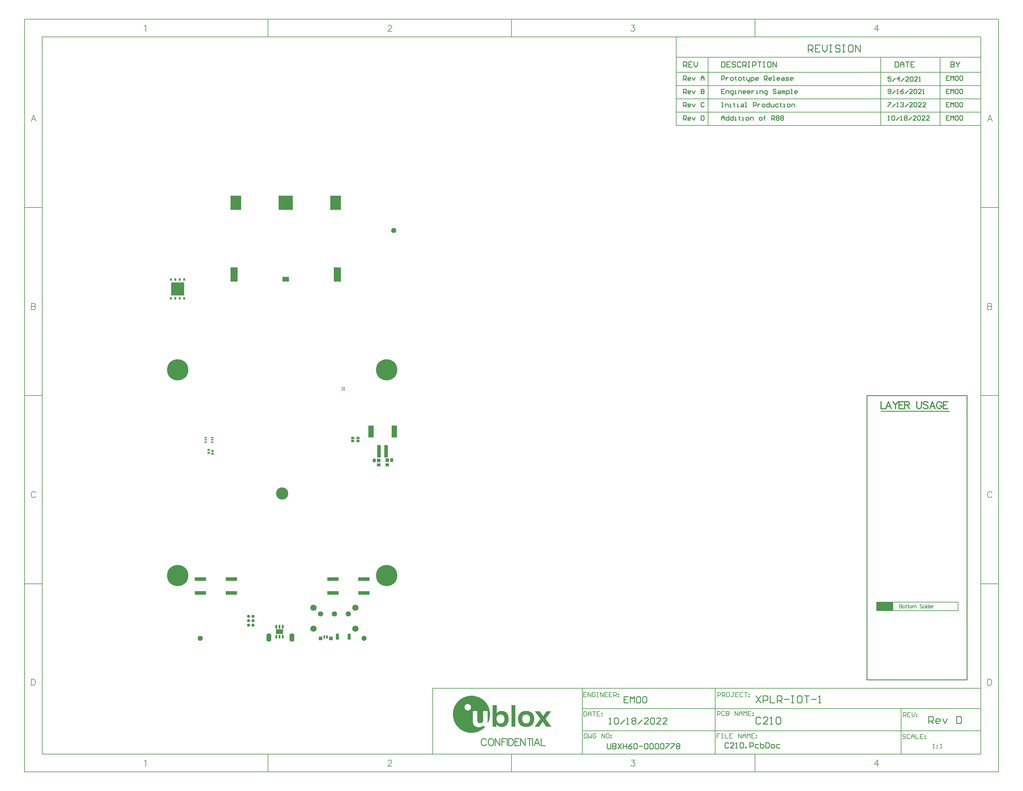
<source format=gbs>
G04*
G04 #@! TF.GenerationSoftware,Altium Limited,Altium Designer,23.0.1 (38)*
G04*
G04 Layer_Color=16711935*
%FSLAX44Y44*%
%MOMM*%
G71*
G04*
G04 #@! TF.SameCoordinates,B12E620B-8F76-40C0-9090-1E76C6094A63*
G04*
G04*
G04 #@! TF.FilePolarity,Negative*
G04*
G01*
G75*
%ADD11C,0.1270*%
%ADD14C,0.2540*%
%ADD16C,0.2000*%
%ADD25R,4.8260X2.4130*%
%ADD26C,0.2997*%
%ADD27C,0.1778*%
%ADD31R,0.4000X0.4000*%
%ADD114C,0.7500*%
%ADD116R,0.6500X0.6200*%
%ADD117C,1.1000*%
%ADD130C,0.5400*%
%ADD134C,0.9000*%
%ADD147R,0.8500X1.0000*%
%ADD170R,1.0000X0.8500*%
%ADD205R,0.9500X0.7500*%
%ADD211O,1.4000X2.4000*%
%ADD212C,0.1000*%
%ADD213C,1.8000*%
%ADD214C,1.5000*%
%ADD215C,3.5000*%
%ADD275R,4.1000X4.1000*%
%ADD276R,3.1000X4.1000*%
%ADD277R,2.1000X4.1000*%
%ADD278R,1.9500X1.4000*%
%ADD279R,3.2000X1.1000*%
%ADD280R,1.1000X3.6000*%
%ADD281R,1.6000X3.5000*%
%ADD282R,0.6000X0.7500*%
%ADD283R,3.8000X3.7000*%
G04:AMPARAMS|DCode=284|XSize=0.4mm|YSize=0.75mm|CornerRadius=0.065mm|HoleSize=0mm|Usage=FLASHONLY|Rotation=90.000|XOffset=0mm|YOffset=0mm|HoleType=Round|Shape=RoundedRectangle|*
%AMROUNDEDRECTD284*
21,1,0.4000,0.6200,0,0,90.0*
21,1,0.2700,0.7500,0,0,90.0*
1,1,0.1300,0.3100,0.1350*
1,1,0.1300,0.3100,-0.1350*
1,1,0.1300,-0.3100,-0.1350*
1,1,0.1300,-0.3100,0.1350*
%
%ADD284ROUNDEDRECTD284*%
%ADD285R,1.1000X1.0000*%
%ADD286R,0.5500X0.9000*%
%ADD287R,0.9000X1.8000*%
%ADD288R,0.5400X0.8900*%
%ADD289R,2.1000X1.4000*%
%ADD290C,6.1000*%
G36*
X885250Y-150059D02*
X889786D01*
Y-150512D01*
X892507D01*
Y-150966D01*
X894775D01*
Y-151419D01*
X896589D01*
Y-151873D01*
X898403D01*
Y-152327D01*
X899764D01*
Y-152780D01*
X901124D01*
Y-153234D01*
X902485D01*
Y-153687D01*
X903392D01*
Y-154141D01*
X904753D01*
Y-154594D01*
X905660D01*
Y-155048D01*
X906567D01*
Y-155501D01*
X907474D01*
Y-155955D01*
X908381D01*
Y-156409D01*
X909288D01*
Y-156862D01*
X909742D01*
Y-157316D01*
X910649D01*
Y-157769D01*
X911556D01*
Y-158223D01*
X912010D01*
Y-158676D01*
X912917D01*
Y-159130D01*
X913371D01*
Y-159584D01*
X914278D01*
Y-160037D01*
X914731D01*
Y-160491D01*
X915185D01*
Y-160944D01*
X916092D01*
Y-161398D01*
X916545D01*
Y-161851D01*
X916999D01*
Y-162305D01*
X917452D01*
Y-162758D01*
X918360D01*
Y-163212D01*
X918813D01*
Y-163666D01*
X919267D01*
Y-164119D01*
X919720D01*
Y-164573D01*
X920174D01*
Y-165026D01*
X920627D01*
Y-165480D01*
X921081D01*
Y-165933D01*
X921535D01*
Y-166387D01*
X921988D01*
Y-166840D01*
X922442D01*
Y-167294D01*
X922895D01*
Y-167747D01*
X923349D01*
Y-168201D01*
Y-168655D01*
X923802D01*
Y-169108D01*
X924256D01*
Y-169562D01*
X924709D01*
Y-170015D01*
X925163D01*
Y-170469D01*
Y-170922D01*
X925617D01*
Y-171376D01*
X926070D01*
Y-171830D01*
X926524D01*
Y-172283D01*
Y-172737D01*
X926977D01*
Y-173190D01*
X927431D01*
Y-173644D01*
Y-174097D01*
X927884D01*
Y-174551D01*
X928338D01*
Y-175004D01*
Y-175458D01*
X928791D01*
Y-175912D01*
X929245D01*
Y-176365D01*
Y-176819D01*
X929698D01*
Y-177272D01*
Y-177726D01*
X930152D01*
Y-178179D01*
Y-178633D01*
X930606D01*
Y-179086D01*
Y-179540D01*
X931059D01*
Y-179993D01*
Y-180447D01*
X931513D01*
Y-180901D01*
Y-181354D01*
X931966D01*
Y-181808D01*
Y-182261D01*
X932420D01*
Y-182715D01*
Y-183168D01*
Y-183622D01*
X932873D01*
Y-184076D01*
Y-184529D01*
X933327D01*
Y-184983D01*
Y-185436D01*
Y-185890D01*
X933781D01*
Y-186343D01*
Y-186797D01*
Y-187250D01*
X934234D01*
Y-187704D01*
Y-188158D01*
Y-188611D01*
Y-189065D01*
X934688D01*
Y-189518D01*
Y-189972D01*
Y-190425D01*
Y-190879D01*
X935141D01*
Y-191332D01*
Y-191786D01*
Y-192240D01*
Y-192693D01*
X935595D01*
Y-193147D01*
Y-193600D01*
Y-194054D01*
Y-194507D01*
Y-194961D01*
Y-195414D01*
Y-195868D01*
X936048D01*
Y-196322D01*
Y-196775D01*
Y-197229D01*
Y-197682D01*
Y-198136D01*
Y-198589D01*
Y-199043D01*
Y-199496D01*
Y-199950D01*
Y-200404D01*
Y-200857D01*
X936502D01*
Y-201311D01*
Y-201764D01*
Y-202218D01*
Y-202671D01*
Y-203125D01*
Y-203578D01*
Y-204032D01*
Y-204486D01*
Y-204939D01*
Y-205393D01*
X936048D01*
Y-205846D01*
Y-206300D01*
Y-206753D01*
Y-207207D01*
Y-207661D01*
Y-208114D01*
Y-208568D01*
Y-209021D01*
Y-209475D01*
Y-209928D01*
Y-210382D01*
X935595D01*
Y-210835D01*
Y-211289D01*
Y-211742D01*
Y-212196D01*
Y-212650D01*
Y-213103D01*
X935141D01*
Y-213557D01*
Y-214010D01*
Y-214464D01*
Y-214917D01*
Y-215371D01*
X934688D01*
Y-215825D01*
Y-216278D01*
Y-216732D01*
Y-217185D01*
X934234D01*
Y-217639D01*
Y-218092D01*
Y-218546D01*
Y-218999D01*
X933781D01*
Y-219453D01*
Y-219907D01*
Y-220360D01*
X933327D01*
Y-220814D01*
Y-221267D01*
X932873D01*
Y-221721D01*
Y-222174D01*
Y-222628D01*
X932420D01*
Y-223081D01*
Y-223535D01*
X931966D01*
Y-223988D01*
Y-224442D01*
Y-224896D01*
X931513D01*
Y-225349D01*
Y-225803D01*
X931059D01*
Y-226256D01*
Y-226710D01*
X930606D01*
Y-227163D01*
Y-227617D01*
X930152D01*
Y-228071D01*
Y-228524D01*
X929698D01*
Y-228071D01*
Y-227617D01*
Y-227163D01*
Y-226710D01*
Y-226256D01*
Y-225803D01*
Y-225349D01*
Y-224896D01*
Y-224442D01*
Y-223988D01*
Y-223535D01*
Y-223081D01*
Y-222628D01*
Y-222174D01*
Y-221721D01*
Y-221267D01*
Y-220814D01*
Y-220360D01*
Y-219907D01*
Y-219453D01*
Y-218999D01*
Y-218546D01*
Y-218092D01*
Y-217639D01*
Y-217185D01*
Y-216732D01*
Y-216278D01*
Y-215825D01*
Y-215371D01*
Y-214917D01*
Y-214464D01*
Y-214010D01*
Y-213557D01*
Y-213103D01*
Y-212650D01*
Y-212196D01*
Y-211742D01*
Y-211289D01*
Y-210835D01*
Y-210382D01*
Y-209928D01*
Y-209475D01*
Y-209021D01*
Y-208568D01*
Y-208114D01*
Y-207661D01*
Y-207207D01*
Y-206753D01*
Y-206300D01*
Y-205846D01*
Y-205393D01*
Y-204939D01*
Y-204486D01*
Y-204032D01*
Y-203578D01*
Y-203125D01*
Y-202671D01*
Y-202218D01*
Y-201764D01*
Y-201311D01*
Y-200857D01*
Y-200404D01*
Y-199950D01*
Y-199496D01*
Y-199043D01*
Y-198589D01*
Y-198136D01*
Y-197682D01*
Y-197229D01*
Y-196775D01*
Y-196322D01*
Y-195868D01*
Y-195414D01*
Y-194961D01*
Y-194507D01*
Y-194054D01*
X916999D01*
Y-194507D01*
Y-194961D01*
Y-195414D01*
Y-195868D01*
Y-196322D01*
Y-196775D01*
Y-197229D01*
Y-197682D01*
Y-198136D01*
Y-198589D01*
Y-199043D01*
Y-199496D01*
Y-199950D01*
Y-200404D01*
Y-200857D01*
Y-201311D01*
Y-201764D01*
Y-202218D01*
Y-202671D01*
Y-203125D01*
Y-203578D01*
Y-204032D01*
Y-204486D01*
Y-204939D01*
Y-205393D01*
Y-205846D01*
Y-206300D01*
Y-206753D01*
Y-207207D01*
Y-207661D01*
Y-208114D01*
Y-208568D01*
Y-209021D01*
Y-209475D01*
Y-209928D01*
Y-210382D01*
Y-210835D01*
Y-211289D01*
Y-211742D01*
Y-212196D01*
Y-212650D01*
Y-213103D01*
Y-213557D01*
Y-214010D01*
Y-214464D01*
Y-214917D01*
Y-215371D01*
Y-215825D01*
Y-216278D01*
Y-216732D01*
Y-217185D01*
Y-217639D01*
Y-218092D01*
Y-218546D01*
Y-218999D01*
Y-219453D01*
Y-219907D01*
Y-220360D01*
Y-220814D01*
Y-221267D01*
Y-221721D01*
X916545D01*
Y-222174D01*
Y-222628D01*
Y-223081D01*
Y-223535D01*
X916092D01*
Y-223988D01*
Y-224442D01*
X915638D01*
Y-224896D01*
Y-225349D01*
X915185D01*
Y-225803D01*
X914731D01*
Y-226256D01*
X914278D01*
Y-226710D01*
X913824D01*
Y-227163D01*
X913371D01*
Y-227617D01*
X912463D01*
Y-228071D01*
X911103D01*
Y-228524D01*
X904753D01*
Y-228071D01*
X903392D01*
Y-227617D01*
X902485D01*
Y-227163D01*
X902032D01*
Y-226710D01*
X901578D01*
Y-226256D01*
X901124D01*
Y-225803D01*
Y-225349D01*
X900671D01*
Y-224896D01*
Y-224442D01*
X900217D01*
Y-223988D01*
Y-223535D01*
Y-223081D01*
Y-222628D01*
X899764D01*
Y-222174D01*
Y-221721D01*
Y-221267D01*
Y-220814D01*
Y-220360D01*
Y-219907D01*
Y-219453D01*
Y-218999D01*
Y-218546D01*
Y-218092D01*
Y-217639D01*
Y-217185D01*
Y-216732D01*
Y-216278D01*
Y-215825D01*
Y-215371D01*
Y-214917D01*
Y-214464D01*
Y-214010D01*
Y-213557D01*
Y-213103D01*
Y-212650D01*
Y-212196D01*
Y-211742D01*
Y-211289D01*
Y-210835D01*
Y-210382D01*
Y-209928D01*
Y-209475D01*
Y-209021D01*
Y-208568D01*
Y-208114D01*
Y-207661D01*
Y-207207D01*
Y-206753D01*
Y-206300D01*
Y-205846D01*
Y-205393D01*
Y-204939D01*
Y-204486D01*
Y-204032D01*
Y-203578D01*
Y-203125D01*
Y-202671D01*
Y-202218D01*
Y-201764D01*
Y-201311D01*
Y-200857D01*
Y-200404D01*
Y-199950D01*
Y-199496D01*
Y-199043D01*
Y-198589D01*
Y-198136D01*
Y-197682D01*
Y-197229D01*
Y-196775D01*
Y-196322D01*
Y-195868D01*
Y-195414D01*
Y-194961D01*
Y-194507D01*
Y-194054D01*
X887064D01*
Y-194507D01*
Y-194961D01*
Y-195414D01*
Y-195868D01*
Y-196322D01*
Y-196775D01*
Y-197229D01*
Y-197682D01*
Y-198136D01*
Y-198589D01*
Y-199043D01*
Y-199496D01*
Y-199950D01*
Y-200404D01*
Y-200857D01*
Y-201311D01*
Y-201764D01*
Y-202218D01*
Y-202671D01*
Y-203125D01*
Y-203578D01*
Y-204032D01*
Y-204486D01*
Y-204939D01*
Y-205393D01*
Y-205846D01*
Y-206300D01*
Y-206753D01*
Y-207207D01*
Y-207661D01*
Y-208114D01*
Y-208568D01*
Y-209021D01*
Y-209475D01*
Y-209928D01*
Y-210382D01*
Y-210835D01*
Y-211289D01*
Y-211742D01*
Y-212196D01*
Y-212650D01*
Y-213103D01*
Y-213557D01*
Y-214010D01*
Y-214464D01*
Y-214917D01*
Y-215371D01*
Y-215825D01*
Y-216278D01*
Y-216732D01*
Y-217185D01*
Y-217639D01*
Y-218092D01*
Y-218546D01*
Y-218999D01*
Y-219453D01*
Y-219907D01*
Y-220360D01*
Y-220814D01*
Y-221267D01*
Y-221721D01*
Y-222174D01*
Y-222628D01*
Y-223081D01*
Y-223535D01*
Y-223988D01*
Y-224442D01*
Y-224896D01*
Y-225349D01*
Y-225803D01*
Y-226256D01*
Y-226710D01*
Y-227163D01*
X887518D01*
Y-227617D01*
Y-228071D01*
Y-228524D01*
Y-228978D01*
X887971D01*
Y-229431D01*
Y-229885D01*
Y-230338D01*
X888425D01*
Y-230792D01*
Y-231245D01*
Y-231699D01*
X888878D01*
Y-232153D01*
Y-232606D01*
X889332D01*
Y-233060D01*
X889786D01*
Y-233513D01*
Y-233967D01*
X890239D01*
Y-234420D01*
X890693D01*
Y-234874D01*
X891146D01*
Y-235327D01*
X891600D01*
Y-235781D01*
X892053D01*
Y-236234D01*
X892507D01*
Y-236688D01*
X893414D01*
Y-237142D01*
X893868D01*
Y-237595D01*
X894775D01*
Y-238049D01*
X895682D01*
Y-238502D01*
X896589D01*
Y-238956D01*
X897950D01*
Y-239409D01*
X899764D01*
Y-239863D01*
X908835D01*
Y-239409D01*
X910649D01*
Y-238956D01*
X911556D01*
Y-238502D01*
X912917D01*
Y-238049D01*
X913371D01*
Y-237595D01*
X914278D01*
Y-237142D01*
X914731D01*
Y-236688D01*
X915185D01*
Y-236234D01*
X916092D01*
Y-235781D01*
X916545D01*
Y-235327D01*
X916999D01*
Y-234874D01*
Y-234420D01*
X917452D01*
Y-234874D01*
Y-235327D01*
Y-235781D01*
Y-236234D01*
Y-236688D01*
Y-237142D01*
Y-237595D01*
Y-238049D01*
Y-238502D01*
Y-238956D01*
X922442D01*
Y-239409D01*
X921988D01*
Y-239863D01*
X921535D01*
Y-240317D01*
X921081D01*
Y-240770D01*
X920627D01*
Y-241224D01*
X920174D01*
Y-241677D01*
X919720D01*
Y-242131D01*
X919267D01*
Y-242584D01*
X918813D01*
Y-243038D01*
X917906D01*
Y-243491D01*
X917452D01*
Y-243945D01*
X916999D01*
Y-244398D01*
X916545D01*
Y-244852D01*
X915638D01*
Y-245306D01*
X915185D01*
Y-245759D01*
X914731D01*
Y-246213D01*
X913824D01*
Y-246666D01*
X913371D01*
Y-247120D01*
X912463D01*
Y-247573D01*
X912010D01*
Y-248027D01*
X911103D01*
Y-248480D01*
X910649D01*
Y-248934D01*
X909742D01*
Y-249388D01*
X908835D01*
Y-249841D01*
X907928D01*
Y-250295D01*
X907474D01*
Y-250748D01*
X906567D01*
Y-251202D01*
X905206D01*
Y-251655D01*
X904299D01*
Y-252109D01*
X903392D01*
Y-252563D01*
X902032D01*
Y-253016D01*
X901124D01*
Y-253470D01*
X899764D01*
Y-253923D01*
X897950D01*
Y-254377D01*
X896589D01*
Y-254830D01*
X894775D01*
Y-255284D01*
X892053D01*
Y-255737D01*
X888878D01*
Y-256191D01*
X877086D01*
Y-255737D01*
X873911D01*
Y-255284D01*
X871643D01*
Y-254830D01*
X869829D01*
Y-254377D01*
X868015D01*
Y-253923D01*
X866654D01*
Y-253470D01*
X865294D01*
Y-253016D01*
X863933D01*
Y-252563D01*
X863026D01*
Y-252109D01*
X861665D01*
Y-251655D01*
X860758D01*
Y-251202D01*
X859851D01*
Y-250748D01*
X858944D01*
Y-250295D01*
X858037D01*
Y-249841D01*
X857130D01*
Y-249388D01*
X856222D01*
Y-248934D01*
X855769D01*
Y-248480D01*
X854862D01*
Y-248027D01*
X853955D01*
Y-247573D01*
X853501D01*
Y-247120D01*
X852594D01*
Y-246666D01*
X852140D01*
Y-246213D01*
X851687D01*
Y-245759D01*
X850780D01*
Y-245306D01*
X850326D01*
Y-244852D01*
X849873D01*
Y-244398D01*
X848966D01*
Y-243945D01*
X848512D01*
Y-243491D01*
X848058D01*
Y-243038D01*
X847605D01*
Y-242584D01*
X847151D01*
Y-242131D01*
X846698D01*
Y-241677D01*
X846244D01*
Y-241224D01*
X845791D01*
Y-240770D01*
X845337D01*
Y-240317D01*
X844883D01*
Y-239863D01*
X844430D01*
Y-239409D01*
X843976D01*
Y-238956D01*
X843523D01*
Y-238502D01*
X843069D01*
Y-238049D01*
X842616D01*
Y-237595D01*
X842162D01*
Y-237142D01*
X841709D01*
Y-236688D01*
Y-236234D01*
X841255D01*
Y-235781D01*
X840801D01*
Y-235327D01*
X840348D01*
Y-234874D01*
X839894D01*
Y-234420D01*
Y-233967D01*
X839441D01*
Y-233513D01*
X838987D01*
Y-233060D01*
Y-232606D01*
X838534D01*
Y-232153D01*
X838080D01*
Y-231699D01*
Y-231245D01*
X837627D01*
Y-230792D01*
X837173D01*
Y-230338D01*
Y-229885D01*
X836720D01*
Y-229431D01*
Y-228978D01*
X836266D01*
Y-228524D01*
Y-228071D01*
X835812D01*
Y-227617D01*
Y-227163D01*
X835359D01*
Y-226710D01*
Y-226256D01*
X834905D01*
Y-225803D01*
Y-225349D01*
X834452D01*
Y-224896D01*
Y-224442D01*
X833998D01*
Y-223988D01*
Y-223535D01*
X833545D01*
Y-223081D01*
Y-222628D01*
Y-222174D01*
X833091D01*
Y-221721D01*
Y-221267D01*
Y-220814D01*
X832637D01*
Y-220360D01*
Y-219907D01*
X832184D01*
Y-219453D01*
Y-218999D01*
Y-218546D01*
Y-218092D01*
X831730D01*
Y-217639D01*
Y-217185D01*
Y-216732D01*
X831277D01*
Y-216278D01*
Y-215825D01*
Y-215371D01*
Y-214917D01*
X830823D01*
Y-214464D01*
Y-214010D01*
Y-213557D01*
Y-213103D01*
Y-212650D01*
X830370D01*
Y-212196D01*
Y-211742D01*
Y-211289D01*
Y-210835D01*
Y-210382D01*
Y-209928D01*
Y-209475D01*
X829916D01*
Y-209021D01*
Y-208568D01*
Y-208114D01*
Y-207661D01*
Y-207207D01*
Y-206753D01*
Y-206300D01*
Y-205846D01*
Y-205393D01*
Y-204939D01*
X829463D01*
Y-204486D01*
Y-204032D01*
Y-203578D01*
Y-203125D01*
Y-202671D01*
Y-202218D01*
Y-201764D01*
Y-201311D01*
Y-200857D01*
X829916D01*
Y-200404D01*
Y-199950D01*
Y-199496D01*
Y-199043D01*
Y-198589D01*
Y-198136D01*
Y-197682D01*
Y-197229D01*
Y-196775D01*
X830370D01*
Y-196322D01*
Y-195868D01*
Y-195414D01*
Y-194961D01*
Y-194507D01*
Y-194054D01*
Y-193600D01*
X830823D01*
Y-193147D01*
Y-192693D01*
Y-192240D01*
Y-191786D01*
Y-191332D01*
X831277D01*
Y-190879D01*
Y-190425D01*
Y-189972D01*
Y-189518D01*
X831730D01*
Y-189065D01*
Y-188611D01*
Y-188158D01*
Y-187704D01*
X832184D01*
Y-187250D01*
Y-186797D01*
Y-186343D01*
X832637D01*
Y-185890D01*
Y-185436D01*
Y-184983D01*
X833091D01*
Y-184529D01*
Y-184076D01*
X833545D01*
Y-183622D01*
Y-183168D01*
Y-182715D01*
X833998D01*
Y-182261D01*
Y-181808D01*
X834452D01*
Y-181354D01*
Y-180901D01*
Y-180447D01*
X834905D01*
Y-179993D01*
Y-179540D01*
X835359D01*
Y-179086D01*
Y-178633D01*
X835812D01*
Y-178179D01*
Y-177726D01*
X836266D01*
Y-177272D01*
X836720D01*
Y-176819D01*
Y-176365D01*
X837173D01*
Y-175912D01*
Y-175458D01*
X837627D01*
Y-175004D01*
X838080D01*
Y-174551D01*
Y-174097D01*
X838534D01*
Y-173644D01*
X838987D01*
Y-173190D01*
Y-172737D01*
X839441D01*
Y-172283D01*
X839894D01*
Y-171830D01*
Y-171376D01*
X840348D01*
Y-170922D01*
X840801D01*
Y-170469D01*
X841255D01*
Y-170015D01*
Y-169562D01*
X841709D01*
Y-169108D01*
X842162D01*
Y-168655D01*
X842616D01*
Y-168201D01*
X843069D01*
Y-167747D01*
X843523D01*
Y-167294D01*
X843976D01*
Y-166840D01*
X844430D01*
Y-166387D01*
Y-165933D01*
X844883D01*
Y-165480D01*
X845337D01*
Y-165026D01*
X845791D01*
Y-164573D01*
X846698D01*
Y-164119D01*
X847151D01*
Y-163666D01*
X847605D01*
Y-163212D01*
X848058D01*
Y-162758D01*
X848512D01*
Y-162305D01*
X848966D01*
Y-161851D01*
X849419D01*
Y-161398D01*
X850326D01*
Y-160944D01*
X850780D01*
Y-160491D01*
X851233D01*
Y-160037D01*
X852140D01*
Y-159584D01*
X852594D01*
Y-159130D01*
X853501D01*
Y-158676D01*
X853955D01*
Y-158223D01*
X854862D01*
Y-157769D01*
X855315D01*
Y-157316D01*
X856222D01*
Y-156862D01*
X857130D01*
Y-156409D01*
X857583D01*
Y-155955D01*
X858944D01*
Y-155501D01*
X859851D01*
Y-155048D01*
X860758D01*
Y-154594D01*
X861665D01*
Y-154141D01*
X862572D01*
Y-153687D01*
X863933D01*
Y-153234D01*
X864840D01*
Y-152780D01*
X866201D01*
Y-152327D01*
X867561D01*
Y-151873D01*
X869376D01*
Y-151419D01*
X871190D01*
Y-150966D01*
X873457D01*
Y-150512D01*
X876632D01*
Y-150059D01*
X881168D01*
Y-149605D01*
X885250D01*
Y-150059D01*
D02*
G37*
G36*
X955551Y-177272D02*
Y-177726D01*
Y-178179D01*
Y-178633D01*
Y-179086D01*
Y-179540D01*
Y-179993D01*
Y-180447D01*
Y-180901D01*
Y-181354D01*
Y-181808D01*
Y-182261D01*
Y-182715D01*
Y-183168D01*
Y-183622D01*
Y-184076D01*
Y-184529D01*
Y-184983D01*
Y-185436D01*
Y-185890D01*
Y-186343D01*
Y-186797D01*
Y-187250D01*
Y-187704D01*
Y-188158D01*
Y-188611D01*
Y-189065D01*
Y-189518D01*
Y-189972D01*
Y-190425D01*
Y-190879D01*
Y-191332D01*
Y-191786D01*
Y-192240D01*
Y-192693D01*
Y-193147D01*
Y-193600D01*
Y-194054D01*
Y-194507D01*
Y-194961D01*
Y-195414D01*
Y-195868D01*
Y-196322D01*
Y-196775D01*
Y-197229D01*
Y-197682D01*
Y-198136D01*
Y-198589D01*
Y-199043D01*
Y-199496D01*
X956458D01*
Y-199043D01*
X956912D01*
Y-198589D01*
X957365D01*
Y-198136D01*
X957819D01*
Y-197682D01*
X958272D01*
Y-197229D01*
X958726D01*
Y-196775D01*
X959180D01*
Y-196322D01*
X960087D01*
Y-195868D01*
X960540D01*
Y-195414D01*
X961447D01*
Y-194961D01*
X962355D01*
Y-194507D01*
X963715D01*
Y-194054D01*
X965529D01*
Y-193600D01*
X974147D01*
Y-194054D01*
X975961D01*
Y-194507D01*
X977322D01*
Y-194961D01*
X978682D01*
Y-195414D01*
X979590D01*
Y-195868D01*
X980043D01*
Y-196322D01*
X980950D01*
Y-196775D01*
X981404D01*
Y-197229D01*
X982311D01*
Y-197682D01*
X982765D01*
Y-198136D01*
X983218D01*
Y-198589D01*
X983672D01*
Y-199043D01*
X984125D01*
Y-199496D01*
X984579D01*
Y-199950D01*
Y-200404D01*
X985032D01*
Y-200857D01*
X985486D01*
Y-201311D01*
X985939D01*
Y-201764D01*
Y-202218D01*
X986393D01*
Y-202671D01*
Y-203125D01*
X986846D01*
Y-203578D01*
Y-204032D01*
X987300D01*
Y-204486D01*
Y-204939D01*
X987754D01*
Y-205393D01*
Y-205846D01*
Y-206300D01*
X988207D01*
Y-206753D01*
Y-207207D01*
Y-207661D01*
Y-208114D01*
X988661D01*
Y-208568D01*
Y-209021D01*
Y-209475D01*
Y-209928D01*
Y-210382D01*
X989114D01*
Y-210835D01*
Y-211289D01*
Y-211742D01*
Y-212196D01*
Y-212650D01*
Y-213103D01*
Y-213557D01*
Y-214010D01*
Y-214464D01*
X989568D01*
Y-214917D01*
X989114D01*
Y-215371D01*
Y-215825D01*
Y-216278D01*
Y-216732D01*
Y-217185D01*
Y-217639D01*
Y-218092D01*
Y-218546D01*
Y-218999D01*
Y-219453D01*
Y-219907D01*
Y-220360D01*
Y-220814D01*
Y-221267D01*
Y-221721D01*
Y-222174D01*
Y-222628D01*
X988661D01*
Y-223081D01*
Y-223535D01*
Y-223988D01*
Y-224442D01*
Y-224896D01*
X988207D01*
Y-225349D01*
Y-225803D01*
Y-226256D01*
X987754D01*
Y-226710D01*
Y-227163D01*
Y-227617D01*
X987300D01*
Y-228071D01*
Y-228524D01*
Y-228978D01*
X986846D01*
Y-229431D01*
Y-229885D01*
X986393D01*
Y-230338D01*
Y-230792D01*
X985939D01*
Y-231245D01*
X985486D01*
Y-231699D01*
Y-232153D01*
X985032D01*
Y-232606D01*
X984579D01*
Y-233060D01*
X984125D01*
Y-233513D01*
X983672D01*
Y-233967D01*
Y-234420D01*
X982765D01*
Y-234874D01*
X982311D01*
Y-235327D01*
X981857D01*
Y-235781D01*
X981404D01*
Y-236234D01*
X980497D01*
Y-236688D01*
X980043D01*
Y-237142D01*
X979136D01*
Y-237595D01*
X978229D01*
Y-238049D01*
X977322D01*
Y-238502D01*
X975961D01*
Y-238956D01*
X973693D01*
Y-239409D01*
X965983D01*
Y-238956D01*
X963715D01*
Y-238502D01*
X962808D01*
Y-238049D01*
X961447D01*
Y-237595D01*
X960994D01*
Y-237142D01*
X960087D01*
Y-236688D01*
X959633D01*
Y-236234D01*
X958726D01*
Y-235781D01*
X958272D01*
Y-235327D01*
X957819D01*
Y-234874D01*
X957365D01*
Y-234420D01*
X956912D01*
Y-233967D01*
X956458D01*
Y-233513D01*
X956005D01*
Y-233060D01*
Y-232606D01*
X955098D01*
Y-233060D01*
Y-233513D01*
Y-233967D01*
Y-234420D01*
Y-234874D01*
Y-235327D01*
Y-235781D01*
Y-236234D01*
Y-236688D01*
Y-237142D01*
Y-237595D01*
Y-238049D01*
Y-238502D01*
X943759D01*
Y-238049D01*
Y-237595D01*
Y-237142D01*
Y-236688D01*
Y-236234D01*
Y-235781D01*
Y-235327D01*
Y-234874D01*
Y-234420D01*
Y-233967D01*
Y-233513D01*
Y-233060D01*
Y-232606D01*
Y-232153D01*
Y-231699D01*
Y-231245D01*
Y-230792D01*
Y-230338D01*
Y-229885D01*
Y-229431D01*
Y-228978D01*
Y-228524D01*
Y-228071D01*
Y-227617D01*
Y-227163D01*
Y-226710D01*
Y-226256D01*
Y-225803D01*
Y-225349D01*
Y-224896D01*
Y-224442D01*
Y-223988D01*
Y-223535D01*
Y-223081D01*
Y-222628D01*
Y-222174D01*
Y-221721D01*
Y-221267D01*
Y-220814D01*
Y-220360D01*
Y-219907D01*
Y-219453D01*
Y-218999D01*
Y-218546D01*
Y-218092D01*
Y-217639D01*
Y-217185D01*
Y-216732D01*
Y-216278D01*
Y-215825D01*
Y-215371D01*
Y-214917D01*
Y-214464D01*
Y-214010D01*
Y-213557D01*
Y-213103D01*
Y-212650D01*
Y-212196D01*
Y-211742D01*
Y-211289D01*
Y-210835D01*
Y-210382D01*
Y-209928D01*
Y-209475D01*
Y-209021D01*
Y-208568D01*
Y-208114D01*
Y-207661D01*
Y-207207D01*
Y-206753D01*
Y-206300D01*
Y-205846D01*
Y-205393D01*
Y-204939D01*
Y-204486D01*
Y-204032D01*
Y-203578D01*
Y-203125D01*
Y-202671D01*
Y-202218D01*
Y-201764D01*
Y-201311D01*
Y-200857D01*
Y-200404D01*
Y-199950D01*
Y-199496D01*
Y-199043D01*
Y-198589D01*
Y-198136D01*
Y-197682D01*
Y-197229D01*
Y-196775D01*
Y-196322D01*
Y-195868D01*
Y-195414D01*
Y-194961D01*
Y-194507D01*
Y-194054D01*
Y-193600D01*
Y-193147D01*
Y-192693D01*
Y-192240D01*
Y-191786D01*
Y-191332D01*
Y-190879D01*
Y-190425D01*
Y-189972D01*
Y-189518D01*
Y-189065D01*
Y-188611D01*
Y-188158D01*
Y-187704D01*
Y-187250D01*
Y-186797D01*
Y-186343D01*
Y-185890D01*
Y-185436D01*
Y-184983D01*
Y-184529D01*
Y-184076D01*
Y-183622D01*
Y-183168D01*
Y-182715D01*
Y-182261D01*
Y-181808D01*
Y-181354D01*
Y-180901D01*
Y-180447D01*
Y-179993D01*
Y-179540D01*
Y-179086D01*
Y-178633D01*
Y-178179D01*
Y-177726D01*
Y-177272D01*
Y-176819D01*
X955551D01*
Y-177272D01*
D02*
G37*
G36*
X1009071D02*
Y-177726D01*
Y-178179D01*
Y-178633D01*
Y-179086D01*
Y-179540D01*
Y-179993D01*
Y-180447D01*
Y-180901D01*
Y-181354D01*
Y-181808D01*
Y-182261D01*
Y-182715D01*
Y-183168D01*
Y-183622D01*
Y-184076D01*
Y-184529D01*
Y-184983D01*
Y-185436D01*
Y-185890D01*
Y-186343D01*
Y-186797D01*
Y-187250D01*
Y-187704D01*
Y-188158D01*
Y-188611D01*
Y-189065D01*
Y-189518D01*
Y-189972D01*
Y-190425D01*
Y-190879D01*
Y-191332D01*
Y-191786D01*
Y-192240D01*
Y-192693D01*
Y-193147D01*
Y-193600D01*
Y-194054D01*
Y-194507D01*
Y-194961D01*
Y-195414D01*
Y-195868D01*
Y-196322D01*
Y-196775D01*
Y-197229D01*
Y-197682D01*
Y-198136D01*
Y-198589D01*
Y-199043D01*
Y-199496D01*
Y-199950D01*
Y-200404D01*
Y-200857D01*
Y-201311D01*
Y-201764D01*
Y-202218D01*
Y-202671D01*
Y-203125D01*
Y-203578D01*
Y-204032D01*
Y-204486D01*
Y-204939D01*
Y-205393D01*
Y-205846D01*
Y-206300D01*
Y-206753D01*
Y-207207D01*
Y-207661D01*
Y-208114D01*
Y-208568D01*
Y-209021D01*
Y-209475D01*
Y-209928D01*
Y-210382D01*
Y-210835D01*
Y-211289D01*
Y-211742D01*
Y-212196D01*
Y-212650D01*
Y-213103D01*
Y-213557D01*
Y-214010D01*
Y-214464D01*
Y-214917D01*
Y-215371D01*
Y-215825D01*
Y-216278D01*
Y-216732D01*
Y-217185D01*
Y-217639D01*
Y-218092D01*
Y-218546D01*
Y-218999D01*
Y-219453D01*
Y-219907D01*
Y-220360D01*
Y-220814D01*
Y-221267D01*
Y-221721D01*
Y-222174D01*
Y-222628D01*
Y-223081D01*
Y-223535D01*
Y-223988D01*
Y-224442D01*
Y-224896D01*
Y-225349D01*
Y-225803D01*
Y-226256D01*
Y-226710D01*
Y-227163D01*
Y-227617D01*
Y-228071D01*
Y-228524D01*
Y-228978D01*
Y-229431D01*
Y-229885D01*
Y-230338D01*
Y-230792D01*
Y-231245D01*
Y-231699D01*
Y-232153D01*
Y-232606D01*
Y-233060D01*
Y-233513D01*
Y-233967D01*
Y-234420D01*
Y-234874D01*
Y-235327D01*
Y-235781D01*
Y-236234D01*
Y-236688D01*
Y-237142D01*
Y-237595D01*
Y-238049D01*
Y-238502D01*
X997732D01*
Y-238049D01*
Y-237595D01*
Y-237142D01*
Y-236688D01*
Y-236234D01*
Y-235781D01*
Y-235327D01*
Y-234874D01*
Y-234420D01*
Y-233967D01*
Y-233513D01*
Y-233060D01*
Y-232606D01*
Y-232153D01*
Y-231699D01*
Y-231245D01*
Y-230792D01*
Y-230338D01*
Y-229885D01*
Y-229431D01*
Y-228978D01*
Y-228524D01*
Y-228071D01*
Y-227617D01*
Y-227163D01*
Y-226710D01*
Y-226256D01*
Y-225803D01*
Y-225349D01*
Y-224896D01*
Y-224442D01*
Y-223988D01*
Y-223535D01*
Y-223081D01*
Y-222628D01*
Y-222174D01*
Y-221721D01*
Y-221267D01*
Y-220814D01*
Y-220360D01*
Y-219907D01*
Y-219453D01*
Y-218999D01*
Y-218546D01*
Y-218092D01*
Y-217639D01*
Y-217185D01*
Y-216732D01*
Y-216278D01*
Y-215825D01*
Y-215371D01*
Y-214917D01*
Y-214464D01*
Y-214010D01*
Y-213557D01*
Y-213103D01*
Y-212650D01*
Y-212196D01*
Y-211742D01*
Y-211289D01*
Y-210835D01*
Y-210382D01*
Y-209928D01*
Y-209475D01*
Y-209021D01*
Y-208568D01*
Y-208114D01*
Y-207661D01*
Y-207207D01*
Y-206753D01*
Y-206300D01*
Y-205846D01*
Y-205393D01*
Y-204939D01*
Y-204486D01*
Y-204032D01*
Y-203578D01*
Y-203125D01*
Y-202671D01*
Y-202218D01*
Y-201764D01*
Y-201311D01*
Y-200857D01*
Y-200404D01*
Y-199950D01*
Y-199496D01*
Y-199043D01*
Y-198589D01*
Y-198136D01*
Y-197682D01*
Y-197229D01*
Y-196775D01*
Y-196322D01*
Y-195868D01*
Y-195414D01*
Y-194961D01*
Y-194507D01*
Y-194054D01*
Y-193600D01*
Y-193147D01*
Y-192693D01*
Y-192240D01*
Y-191786D01*
Y-191332D01*
Y-190879D01*
Y-190425D01*
Y-189972D01*
Y-189518D01*
Y-189065D01*
Y-188611D01*
Y-188158D01*
Y-187704D01*
Y-187250D01*
Y-186797D01*
Y-186343D01*
Y-185890D01*
Y-185436D01*
Y-184983D01*
Y-184529D01*
Y-184076D01*
Y-183622D01*
Y-183168D01*
Y-182715D01*
Y-182261D01*
Y-181808D01*
Y-181354D01*
Y-180901D01*
Y-180447D01*
Y-179993D01*
Y-179540D01*
Y-179086D01*
Y-178633D01*
Y-178179D01*
Y-177726D01*
Y-177272D01*
Y-176819D01*
X1009071D01*
Y-177272D01*
D02*
G37*
G36*
X1045355Y-194054D02*
X1047623D01*
Y-194507D01*
X1048984D01*
Y-194961D01*
X1050344D01*
Y-195414D01*
X1051252D01*
Y-195868D01*
X1052159D01*
Y-196322D01*
X1053066D01*
Y-196775D01*
X1053973D01*
Y-197229D01*
X1054426D01*
Y-197682D01*
X1055333D01*
Y-198136D01*
X1055787D01*
Y-198589D01*
X1056241D01*
Y-199043D01*
X1056694D01*
Y-199496D01*
X1057148D01*
Y-199950D01*
X1057601D01*
Y-200404D01*
X1058055D01*
Y-200857D01*
X1058508D01*
Y-201311D01*
X1058962D01*
Y-201764D01*
Y-202218D01*
X1059416D01*
Y-202671D01*
X1059869D01*
Y-203125D01*
Y-203578D01*
X1060323D01*
Y-204032D01*
Y-204486D01*
X1060776D01*
Y-204939D01*
Y-205393D01*
X1061230D01*
Y-205846D01*
Y-206300D01*
X1061683D01*
Y-206753D01*
Y-207207D01*
Y-207661D01*
X1062137D01*
Y-208114D01*
Y-208568D01*
Y-209021D01*
Y-209475D01*
Y-209928D01*
X1062590D01*
Y-210382D01*
Y-210835D01*
Y-211289D01*
Y-211742D01*
Y-212196D01*
Y-212650D01*
Y-213103D01*
X1063044D01*
Y-213557D01*
Y-214010D01*
Y-214464D01*
Y-214917D01*
Y-215371D01*
Y-215825D01*
Y-216278D01*
Y-216732D01*
Y-217185D01*
Y-217639D01*
Y-218092D01*
Y-218546D01*
Y-218999D01*
Y-219453D01*
Y-219907D01*
X1062590D01*
Y-220360D01*
Y-220814D01*
Y-221267D01*
Y-221721D01*
Y-222174D01*
Y-222628D01*
Y-223081D01*
X1062137D01*
Y-223535D01*
Y-223988D01*
Y-224442D01*
Y-224896D01*
X1061683D01*
Y-225349D01*
Y-225803D01*
Y-226256D01*
X1061230D01*
Y-226710D01*
Y-227163D01*
Y-227617D01*
X1060776D01*
Y-228071D01*
Y-228524D01*
X1060323D01*
Y-228978D01*
Y-229431D01*
X1059869D01*
Y-229885D01*
Y-230338D01*
X1059416D01*
Y-230792D01*
X1058962D01*
Y-231245D01*
X1058508D01*
Y-231699D01*
Y-232153D01*
X1058055D01*
Y-232606D01*
X1057601D01*
Y-233060D01*
X1057148D01*
Y-233513D01*
X1056694D01*
Y-233967D01*
X1056241D01*
Y-234420D01*
X1055787D01*
Y-234874D01*
X1054880D01*
Y-235327D01*
X1054426D01*
Y-235781D01*
X1053519D01*
Y-236234D01*
X1053066D01*
Y-236688D01*
X1052159D01*
Y-237142D01*
X1051252D01*
Y-237595D01*
X1049891D01*
Y-238049D01*
X1048530D01*
Y-238502D01*
X1047169D01*
Y-238956D01*
X1044902D01*
Y-239409D01*
X1035377D01*
Y-238956D01*
X1032656D01*
Y-238502D01*
X1030841D01*
Y-238049D01*
X1029934D01*
Y-237595D01*
X1028574D01*
Y-237142D01*
X1027667D01*
Y-236688D01*
X1026759D01*
Y-236234D01*
X1026306D01*
Y-235781D01*
X1025399D01*
Y-235327D01*
X1024945D01*
Y-234874D01*
X1024038D01*
Y-234420D01*
X1023585D01*
Y-233967D01*
X1023131D01*
Y-233513D01*
X1022678D01*
Y-233060D01*
X1022224D01*
Y-232606D01*
X1021770D01*
Y-232153D01*
X1021317D01*
Y-231699D01*
Y-231245D01*
X1020863D01*
Y-230792D01*
X1020410D01*
Y-230338D01*
X1019956D01*
Y-229885D01*
Y-229431D01*
X1019503D01*
Y-228978D01*
Y-228524D01*
X1019049D01*
Y-228071D01*
Y-227617D01*
X1018595D01*
Y-227163D01*
Y-226710D01*
Y-226256D01*
X1018142D01*
Y-225803D01*
Y-225349D01*
Y-224896D01*
X1017688D01*
Y-224442D01*
Y-223988D01*
Y-223535D01*
Y-223081D01*
X1017235D01*
Y-222628D01*
Y-222174D01*
Y-221721D01*
Y-221267D01*
Y-220814D01*
Y-220360D01*
Y-219907D01*
Y-219453D01*
X1016781D01*
Y-218999D01*
Y-218546D01*
Y-218092D01*
Y-217639D01*
Y-217185D01*
Y-216732D01*
Y-216278D01*
Y-215825D01*
Y-215371D01*
Y-214917D01*
Y-214464D01*
Y-214010D01*
Y-213557D01*
X1017235D01*
Y-213103D01*
Y-212650D01*
Y-212196D01*
Y-211742D01*
Y-211289D01*
Y-210835D01*
Y-210382D01*
Y-209928D01*
X1017688D01*
Y-209475D01*
Y-209021D01*
Y-208568D01*
Y-208114D01*
X1018142D01*
Y-207661D01*
Y-207207D01*
Y-206753D01*
X1018595D01*
Y-206300D01*
Y-205846D01*
Y-205393D01*
X1019049D01*
Y-204939D01*
Y-204486D01*
X1019503D01*
Y-204032D01*
Y-203578D01*
X1019956D01*
Y-203125D01*
Y-202671D01*
X1020410D01*
Y-202218D01*
X1020863D01*
Y-201764D01*
Y-201311D01*
X1021317D01*
Y-200857D01*
X1021770D01*
Y-200404D01*
X1022224D01*
Y-199950D01*
X1022678D01*
Y-199496D01*
X1023131D01*
Y-199043D01*
X1023585D01*
Y-198589D01*
X1024038D01*
Y-198136D01*
X1024492D01*
Y-197682D01*
X1025399D01*
Y-197229D01*
X1025852D01*
Y-196775D01*
X1026759D01*
Y-196322D01*
X1027667D01*
Y-195868D01*
X1028574D01*
Y-195414D01*
X1029481D01*
Y-194961D01*
X1030841D01*
Y-194507D01*
X1032202D01*
Y-194054D01*
X1034470D01*
Y-193600D01*
X1045355D01*
Y-194054D01*
D02*
G37*
G36*
X1111121Y-194961D02*
X1110667D01*
Y-195414D01*
Y-195868D01*
X1110214D01*
Y-196322D01*
X1109760D01*
Y-196775D01*
X1109307D01*
Y-197229D01*
Y-197682D01*
X1108853D01*
Y-198136D01*
X1108400D01*
Y-198589D01*
Y-199043D01*
X1107946D01*
Y-199496D01*
X1107492D01*
Y-199950D01*
X1107039D01*
Y-200404D01*
Y-200857D01*
X1106585D01*
Y-201311D01*
X1106132D01*
Y-201764D01*
X1105678D01*
Y-202218D01*
Y-202671D01*
X1105225D01*
Y-203125D01*
X1104771D01*
Y-203578D01*
X1104317D01*
Y-204032D01*
Y-204486D01*
X1103864D01*
Y-204939D01*
X1103410D01*
Y-205393D01*
Y-205846D01*
X1102957D01*
Y-206300D01*
X1102503D01*
Y-206753D01*
X1102050D01*
Y-207207D01*
Y-207661D01*
X1101596D01*
Y-208114D01*
X1101143D01*
Y-208568D01*
X1100689D01*
Y-209021D01*
Y-209475D01*
X1100236D01*
Y-209928D01*
X1099782D01*
Y-210382D01*
Y-210835D01*
X1099328D01*
Y-211289D01*
X1098875D01*
Y-211742D01*
X1098421D01*
Y-212196D01*
Y-212650D01*
X1097968D01*
Y-213103D01*
X1097514D01*
Y-213557D01*
X1097061D01*
Y-214010D01*
Y-214464D01*
X1096607D01*
Y-214917D01*
X1096153D01*
Y-215371D01*
X1095700D01*
Y-215825D01*
Y-216278D01*
Y-216732D01*
X1096153D01*
Y-217185D01*
Y-217639D01*
X1096607D01*
Y-218092D01*
X1097061D01*
Y-218546D01*
X1097514D01*
Y-218999D01*
Y-219453D01*
X1097968D01*
Y-219907D01*
X1098421D01*
Y-220360D01*
X1098875D01*
Y-220814D01*
Y-221267D01*
X1099328D01*
Y-221721D01*
X1099782D01*
Y-222174D01*
Y-222628D01*
X1100236D01*
Y-223081D01*
X1100689D01*
Y-223535D01*
X1101143D01*
Y-223988D01*
Y-224442D01*
X1101596D01*
Y-224896D01*
X1102050D01*
Y-225349D01*
X1102503D01*
Y-225803D01*
Y-226256D01*
X1102957D01*
Y-226710D01*
X1103410D01*
Y-227163D01*
X1103864D01*
Y-227617D01*
Y-228071D01*
X1104317D01*
Y-228524D01*
X1104771D01*
Y-228978D01*
X1105225D01*
Y-229431D01*
Y-229885D01*
X1105678D01*
Y-230338D01*
X1106132D01*
Y-230792D01*
X1106585D01*
Y-231245D01*
Y-231699D01*
X1107039D01*
Y-232153D01*
X1107492D01*
Y-232606D01*
X1107946D01*
Y-233060D01*
Y-233513D01*
X1108400D01*
Y-233967D01*
X1108853D01*
Y-234420D01*
Y-234874D01*
X1109307D01*
Y-235327D01*
X1109760D01*
Y-235781D01*
X1110214D01*
Y-236234D01*
Y-236688D01*
X1110667D01*
Y-237142D01*
X1111121D01*
Y-237595D01*
X1111574D01*
Y-238049D01*
X1112028D01*
Y-238502D01*
X1097514D01*
Y-238049D01*
Y-237595D01*
X1097061D01*
Y-237142D01*
X1096607D01*
Y-236688D01*
X1096153D01*
Y-236234D01*
Y-235781D01*
X1095700D01*
Y-235327D01*
X1095246D01*
Y-234874D01*
X1094793D01*
Y-234420D01*
Y-233967D01*
X1094339D01*
Y-233513D01*
X1093886D01*
Y-233060D01*
Y-232606D01*
X1093432D01*
Y-232153D01*
X1092979D01*
Y-231699D01*
X1092525D01*
Y-231245D01*
Y-230792D01*
X1092072D01*
Y-230338D01*
X1091618D01*
Y-229885D01*
X1091164D01*
Y-229431D01*
Y-228978D01*
X1090711D01*
Y-228524D01*
X1090257D01*
Y-228071D01*
Y-227617D01*
X1089804D01*
Y-227163D01*
X1089350D01*
Y-226710D01*
X1088897D01*
Y-226256D01*
Y-225803D01*
X1088443D01*
Y-225349D01*
X1087990D01*
Y-224896D01*
X1087536D01*
Y-224442D01*
X1087082D01*
Y-224896D01*
Y-225349D01*
X1086629D01*
Y-225803D01*
X1086175D01*
Y-226256D01*
X1085722D01*
Y-226710D01*
Y-227163D01*
X1085268D01*
Y-227617D01*
X1084815D01*
Y-228071D01*
Y-228524D01*
X1084361D01*
Y-228978D01*
X1083907D01*
Y-229431D01*
X1083454D01*
Y-229885D01*
Y-230338D01*
X1083000D01*
Y-230792D01*
X1082547D01*
Y-231245D01*
Y-231699D01*
X1082093D01*
Y-232153D01*
X1081640D01*
Y-232606D01*
X1081186D01*
Y-233060D01*
Y-233513D01*
X1080733D01*
Y-233967D01*
X1080279D01*
Y-234420D01*
Y-234874D01*
X1079826D01*
Y-235327D01*
X1079372D01*
Y-235781D01*
X1078918D01*
Y-236234D01*
Y-236688D01*
X1078465D01*
Y-237142D01*
X1078011D01*
Y-237595D01*
Y-238049D01*
X1077558D01*
Y-238502D01*
X1064405D01*
Y-238049D01*
X1064858D01*
Y-237595D01*
X1065312D01*
Y-237142D01*
Y-236688D01*
X1065765D01*
Y-236234D01*
X1066219D01*
Y-235781D01*
X1066672D01*
Y-235327D01*
Y-234874D01*
X1067126D01*
Y-234420D01*
X1067579D01*
Y-233967D01*
Y-233513D01*
X1068033D01*
Y-233060D01*
X1068487D01*
Y-232606D01*
X1068940D01*
Y-232153D01*
X1069394D01*
Y-231699D01*
Y-231245D01*
X1069847D01*
Y-230792D01*
X1070301D01*
Y-230338D01*
Y-229885D01*
X1070754D01*
Y-229431D01*
X1071208D01*
Y-228978D01*
X1071662D01*
Y-228524D01*
Y-228071D01*
X1072115D01*
Y-227617D01*
X1072569D01*
Y-227163D01*
X1073022D01*
Y-226710D01*
Y-226256D01*
X1073476D01*
Y-225803D01*
X1073929D01*
Y-225349D01*
X1074383D01*
Y-224896D01*
Y-224442D01*
X1074836D01*
Y-223988D01*
X1075290D01*
Y-223535D01*
X1075743D01*
Y-223081D01*
Y-222628D01*
X1076197D01*
Y-222174D01*
X1076651D01*
Y-221721D01*
X1077104D01*
Y-221267D01*
Y-220814D01*
X1077558D01*
Y-220360D01*
X1078011D01*
Y-219907D01*
X1078465D01*
Y-219453D01*
Y-218999D01*
X1078918D01*
Y-218546D01*
X1079372D01*
Y-218092D01*
Y-217639D01*
X1079826D01*
Y-217185D01*
X1080279D01*
Y-216732D01*
X1080733D01*
Y-216278D01*
Y-215825D01*
X1080279D01*
Y-215371D01*
X1079826D01*
Y-214917D01*
X1079372D01*
Y-214464D01*
Y-214010D01*
X1078918D01*
Y-213557D01*
X1078465D01*
Y-213103D01*
X1078011D01*
Y-212650D01*
Y-212196D01*
X1077558D01*
Y-211742D01*
X1077104D01*
Y-211289D01*
Y-210835D01*
X1076651D01*
Y-210382D01*
X1076197D01*
Y-209928D01*
X1075743D01*
Y-209475D01*
Y-209021D01*
X1075290D01*
Y-208568D01*
X1074836D01*
Y-208114D01*
X1074383D01*
Y-207661D01*
Y-207207D01*
X1073929D01*
Y-206753D01*
X1073476D01*
Y-206300D01*
Y-205846D01*
X1073022D01*
Y-205393D01*
X1072569D01*
Y-204939D01*
X1072115D01*
Y-204486D01*
Y-204032D01*
X1071662D01*
Y-203578D01*
X1071208D01*
Y-203125D01*
X1070754D01*
Y-202671D01*
Y-202218D01*
X1070301D01*
Y-201764D01*
X1069847D01*
Y-201311D01*
Y-200857D01*
X1069394D01*
Y-200404D01*
X1068940D01*
Y-199950D01*
X1068487D01*
Y-199496D01*
Y-199043D01*
X1068033D01*
Y-198589D01*
X1067579D01*
Y-198136D01*
X1067126D01*
Y-197682D01*
Y-197229D01*
X1066672D01*
Y-196775D01*
X1066219D01*
Y-196322D01*
Y-195868D01*
X1065765D01*
Y-195414D01*
X1065312D01*
Y-194961D01*
X1064858D01*
Y-194507D01*
X1078918D01*
Y-194961D01*
X1079372D01*
Y-195414D01*
X1079826D01*
Y-195868D01*
Y-196322D01*
X1080279D01*
Y-196775D01*
X1080733D01*
Y-197229D01*
X1081186D01*
Y-197682D01*
Y-198136D01*
X1081640D01*
Y-198589D01*
X1082093D01*
Y-199043D01*
Y-199496D01*
X1082547D01*
Y-199950D01*
X1083000D01*
Y-200404D01*
Y-200857D01*
X1083454D01*
Y-201311D01*
X1083907D01*
Y-201764D01*
X1084361D01*
Y-202218D01*
Y-202671D01*
X1084815D01*
Y-203125D01*
X1085268D01*
Y-203578D01*
Y-204032D01*
X1085722D01*
Y-204486D01*
X1086175D01*
Y-204939D01*
X1086629D01*
Y-205393D01*
Y-205846D01*
X1087082D01*
Y-206300D01*
X1087536D01*
Y-206753D01*
Y-207207D01*
X1087990D01*
Y-207661D01*
X1088443D01*
Y-208114D01*
X1088897D01*
Y-207661D01*
X1089350D01*
Y-207207D01*
Y-206753D01*
X1089804D01*
Y-206300D01*
X1090257D01*
Y-205846D01*
X1090711D01*
Y-205393D01*
Y-204939D01*
X1091164D01*
Y-204486D01*
X1091618D01*
Y-204032D01*
Y-203578D01*
X1092072D01*
Y-203125D01*
X1092525D01*
Y-202671D01*
X1092979D01*
Y-202218D01*
Y-201764D01*
X1093432D01*
Y-201311D01*
X1093886D01*
Y-200857D01*
Y-200404D01*
X1094339D01*
Y-199950D01*
X1094793D01*
Y-199496D01*
X1095246D01*
Y-199043D01*
Y-198589D01*
X1095700D01*
Y-198136D01*
X1096153D01*
Y-197682D01*
Y-197229D01*
X1096607D01*
Y-196775D01*
X1097061D01*
Y-196322D01*
X1097514D01*
Y-195868D01*
Y-195414D01*
X1097968D01*
Y-194961D01*
X1098421D01*
Y-194507D01*
X1111121D01*
Y-194961D01*
D02*
G37*
%LPC*%
G36*
X873457Y-173644D02*
X871190D01*
Y-174097D01*
X869376D01*
Y-174551D01*
X868468D01*
Y-175004D01*
X867561D01*
Y-175458D01*
X866654D01*
Y-175912D01*
X866201D01*
Y-176365D01*
X865747D01*
Y-176819D01*
X865294D01*
Y-177272D01*
X864840D01*
Y-177726D01*
Y-178179D01*
X864386D01*
Y-178633D01*
X863933D01*
Y-179086D01*
Y-179540D01*
X863479D01*
Y-179993D01*
Y-180447D01*
Y-180901D01*
Y-181354D01*
X863026D01*
Y-181808D01*
Y-182261D01*
Y-182715D01*
Y-183168D01*
Y-183622D01*
Y-184076D01*
Y-184529D01*
Y-184983D01*
X863479D01*
Y-185436D01*
Y-185890D01*
Y-186343D01*
X863933D01*
Y-186797D01*
Y-187250D01*
X864386D01*
Y-187704D01*
Y-188158D01*
X864840D01*
Y-188611D01*
X865294D01*
Y-189065D01*
X865747D01*
Y-189518D01*
X866201D01*
Y-189972D01*
X866654D01*
Y-190425D01*
X867108D01*
Y-190879D01*
X868015D01*
Y-191332D01*
X868922D01*
Y-191786D01*
X870283D01*
Y-192240D01*
X874365D01*
Y-191786D01*
X875725D01*
Y-191332D01*
X876632D01*
Y-190879D01*
X877540D01*
Y-190425D01*
X877993D01*
Y-189972D01*
X878447D01*
Y-189518D01*
X879354D01*
Y-189065D01*
Y-188611D01*
X879807D01*
Y-188158D01*
X880261D01*
Y-187704D01*
Y-187250D01*
X880714D01*
Y-186797D01*
Y-186343D01*
X881168D01*
Y-185890D01*
Y-185436D01*
Y-184983D01*
X881622D01*
Y-184529D01*
Y-184076D01*
Y-183622D01*
Y-183168D01*
Y-182715D01*
Y-182261D01*
Y-181808D01*
Y-181354D01*
X881168D01*
Y-180901D01*
Y-180447D01*
Y-179993D01*
Y-179540D01*
X880714D01*
Y-179086D01*
Y-178633D01*
X880261D01*
Y-178179D01*
Y-177726D01*
X879807D01*
Y-177272D01*
X879354D01*
Y-176819D01*
X878900D01*
Y-176365D01*
X878447D01*
Y-175912D01*
X877993D01*
Y-175458D01*
X877086D01*
Y-175004D01*
X876632D01*
Y-174551D01*
X875272D01*
Y-174097D01*
X873457D01*
Y-173644D01*
D02*
G37*
G36*
X968251Y-203578D02*
X964169D01*
Y-204032D01*
X962355D01*
Y-204486D01*
X960994D01*
Y-204939D01*
X960087D01*
Y-205393D01*
X959633D01*
Y-205846D01*
X958726D01*
Y-206300D01*
X958272D01*
Y-206753D01*
X957819D01*
Y-207207D01*
Y-207661D01*
X957365D01*
Y-208114D01*
X956912D01*
Y-208568D01*
Y-209021D01*
X956458D01*
Y-209475D01*
Y-209928D01*
X956005D01*
Y-210382D01*
Y-210835D01*
Y-211289D01*
X955551D01*
Y-211742D01*
Y-212196D01*
Y-212650D01*
Y-213103D01*
Y-213557D01*
X955098D01*
Y-214010D01*
Y-214464D01*
Y-214917D01*
Y-215371D01*
Y-215825D01*
Y-216278D01*
Y-216732D01*
Y-217185D01*
Y-217639D01*
Y-218092D01*
Y-218546D01*
Y-218999D01*
Y-219453D01*
X955551D01*
Y-219907D01*
Y-220360D01*
Y-220814D01*
Y-221267D01*
Y-221721D01*
X956005D01*
Y-222174D01*
Y-222628D01*
Y-223081D01*
X956458D01*
Y-223535D01*
Y-223988D01*
X956912D01*
Y-224442D01*
Y-224896D01*
X957365D01*
Y-225349D01*
X957819D01*
Y-225803D01*
X958272D01*
Y-226256D01*
X958726D01*
Y-226710D01*
X959180D01*
Y-227163D01*
X959633D01*
Y-227617D01*
X960540D01*
Y-228071D01*
X961447D01*
Y-228524D01*
X962355D01*
Y-228978D01*
X964622D01*
Y-229431D01*
X967797D01*
Y-228978D01*
X970065D01*
Y-228524D01*
X971426D01*
Y-228071D01*
X972333D01*
Y-227617D01*
X972786D01*
Y-227163D01*
X973693D01*
Y-226710D01*
X974147D01*
Y-226256D01*
X974601D01*
Y-225803D01*
X975054D01*
Y-225349D01*
Y-224896D01*
X975508D01*
Y-224442D01*
X975961D01*
Y-223988D01*
Y-223535D01*
X976415D01*
Y-223081D01*
Y-222628D01*
Y-222174D01*
X976868D01*
Y-221721D01*
Y-221267D01*
Y-220814D01*
Y-220360D01*
X977322D01*
Y-219907D01*
Y-219453D01*
Y-218999D01*
Y-218546D01*
Y-218092D01*
Y-217639D01*
Y-217185D01*
Y-216732D01*
Y-216278D01*
Y-215825D01*
Y-215371D01*
Y-214917D01*
Y-214464D01*
Y-214010D01*
Y-213557D01*
Y-213103D01*
Y-212650D01*
Y-212196D01*
X976868D01*
Y-211742D01*
Y-211289D01*
Y-210835D01*
Y-210382D01*
X976415D01*
Y-209928D01*
Y-209475D01*
X975961D01*
Y-209021D01*
Y-208568D01*
X975508D01*
Y-208114D01*
Y-207661D01*
X975054D01*
Y-207207D01*
X974601D01*
Y-206753D01*
X974147D01*
Y-206300D01*
X973693D01*
Y-205846D01*
X973240D01*
Y-205393D01*
X972333D01*
Y-204939D01*
X971426D01*
Y-204486D01*
X970518D01*
Y-204032D01*
X968251D01*
Y-203578D01*
D02*
G37*
G36*
X1042180D02*
X1037645D01*
Y-204032D01*
X1035831D01*
Y-204486D01*
X1034470D01*
Y-204939D01*
X1033563D01*
Y-205393D01*
X1033109D01*
Y-205846D01*
X1032656D01*
Y-206300D01*
X1032202D01*
Y-206753D01*
X1031749D01*
Y-207207D01*
X1031295D01*
Y-207661D01*
X1030841D01*
Y-208114D01*
X1030388D01*
Y-208568D01*
Y-209021D01*
X1029934D01*
Y-209475D01*
Y-209928D01*
X1029481D01*
Y-210382D01*
Y-210835D01*
Y-211289D01*
X1029027D01*
Y-211742D01*
Y-212196D01*
Y-212650D01*
Y-213103D01*
Y-213557D01*
Y-214010D01*
Y-214464D01*
X1028574D01*
Y-214917D01*
Y-215371D01*
Y-215825D01*
Y-216278D01*
Y-216732D01*
Y-217185D01*
Y-217639D01*
Y-218092D01*
X1029027D01*
Y-218546D01*
Y-218999D01*
Y-219453D01*
Y-219907D01*
Y-220360D01*
Y-220814D01*
Y-221267D01*
X1029481D01*
Y-221721D01*
Y-222174D01*
Y-222628D01*
X1029934D01*
Y-223081D01*
Y-223535D01*
Y-223988D01*
X1030388D01*
Y-224442D01*
X1030841D01*
Y-224896D01*
Y-225349D01*
X1031295D01*
Y-225803D01*
X1031749D01*
Y-226256D01*
X1032202D01*
Y-226710D01*
X1032656D01*
Y-227163D01*
X1033109D01*
Y-227617D01*
X1034016D01*
Y-228071D01*
X1034923D01*
Y-228524D01*
X1036284D01*
Y-228978D01*
X1038552D01*
Y-229431D01*
X1041273D01*
Y-228978D01*
X1043541D01*
Y-228524D01*
X1044902D01*
Y-228071D01*
X1045809D01*
Y-227617D01*
X1046716D01*
Y-227163D01*
X1047169D01*
Y-226710D01*
X1047623D01*
Y-226256D01*
X1048077D01*
Y-225803D01*
X1048530D01*
Y-225349D01*
X1048984D01*
Y-224896D01*
Y-224442D01*
X1049437D01*
Y-223988D01*
X1049891D01*
Y-223535D01*
Y-223081D01*
Y-222628D01*
X1050344D01*
Y-222174D01*
Y-221721D01*
Y-221267D01*
X1050798D01*
Y-220814D01*
Y-220360D01*
Y-219907D01*
Y-219453D01*
Y-218999D01*
X1051252D01*
Y-218546D01*
Y-218092D01*
Y-217639D01*
Y-217185D01*
Y-216732D01*
Y-216278D01*
Y-215825D01*
Y-215371D01*
Y-214917D01*
Y-214464D01*
Y-214010D01*
X1050798D01*
Y-213557D01*
Y-213103D01*
Y-212650D01*
Y-212196D01*
Y-211742D01*
Y-211289D01*
X1050344D01*
Y-210835D01*
Y-210382D01*
Y-209928D01*
X1049891D01*
Y-209475D01*
Y-209021D01*
X1049437D01*
Y-208568D01*
Y-208114D01*
X1048984D01*
Y-207661D01*
X1048530D01*
Y-207207D01*
X1048077D01*
Y-206753D01*
X1047623D01*
Y-206300D01*
X1047169D01*
Y-205846D01*
X1046716D01*
Y-205393D01*
X1045809D01*
Y-204939D01*
X1045355D01*
Y-204486D01*
X1043995D01*
Y-204032D01*
X1042180D01*
Y-203578D01*
D02*
G37*
%LPD*%
D11*
X2111174Y111625D02*
Y101467D01*
Y111625D02*
X2115527D01*
X2116979Y111141D01*
X2117462Y110657D01*
X2117946Y109690D01*
Y108723D01*
X2117462Y107755D01*
X2116979Y107271D01*
X2115527Y106788D01*
X2111174D02*
X2115527D01*
X2116979Y106304D01*
X2117462Y105820D01*
X2117946Y104853D01*
Y103402D01*
X2117462Y102434D01*
X2116979Y101951D01*
X2115527Y101467D01*
X2111174D01*
X2122638Y108239D02*
X2121671Y107755D01*
X2120703Y106788D01*
X2120219Y105337D01*
Y104369D01*
X2120703Y102918D01*
X2121671Y101951D01*
X2122638Y101467D01*
X2124089D01*
X2125056Y101951D01*
X2126024Y102918D01*
X2126508Y104369D01*
Y105337D01*
X2126024Y106788D01*
X2125056Y107755D01*
X2124089Y108239D01*
X2122638D01*
X2130184Y111625D02*
Y103402D01*
X2130667Y101951D01*
X2131635Y101467D01*
X2132602D01*
X2128733Y108239D02*
X2132119D01*
X2135504Y111625D02*
Y103402D01*
X2135988Y101951D01*
X2136956Y101467D01*
X2137923D01*
X2134053Y108239D02*
X2137439D01*
X2141793D02*
X2140825Y107755D01*
X2139858Y106788D01*
X2139374Y105337D01*
Y104369D01*
X2139858Y102918D01*
X2140825Y101951D01*
X2141793Y101467D01*
X2143244D01*
X2144211Y101951D01*
X2145179Y102918D01*
X2145662Y104369D01*
Y105337D01*
X2145179Y106788D01*
X2144211Y107755D01*
X2143244Y108239D01*
X2141793D01*
X2147887D02*
Y101467D01*
Y106304D02*
X2149339Y107755D01*
X2150306Y108239D01*
X2151757D01*
X2152724Y107755D01*
X2153208Y106304D01*
Y101467D01*
Y106304D02*
X2154659Y107755D01*
X2155627Y108239D01*
X2157078D01*
X2158045Y107755D01*
X2158529Y106304D01*
Y101467D01*
X2176474Y110174D02*
X2175507Y111141D01*
X2174056Y111625D01*
X2172121D01*
X2170670Y111141D01*
X2169702Y110174D01*
Y109206D01*
X2170186Y108239D01*
X2170670Y107755D01*
X2171637Y107271D01*
X2174539Y106304D01*
X2175507Y105820D01*
X2175991Y105337D01*
X2176474Y104369D01*
Y102918D01*
X2175507Y101951D01*
X2174056Y101467D01*
X2172121D01*
X2170670Y101951D01*
X2169702Y102918D01*
X2181166Y108239D02*
X2180199Y107755D01*
X2179232Y106788D01*
X2178748Y105337D01*
Y104369D01*
X2179232Y102918D01*
X2180199Y101951D01*
X2181166Y101467D01*
X2182617D01*
X2183585Y101951D01*
X2184552Y102918D01*
X2185036Y104369D01*
Y105337D01*
X2184552Y106788D01*
X2183585Y107755D01*
X2182617Y108239D01*
X2181166D01*
X2187261Y111625D02*
Y101467D01*
X2195194Y111625D02*
Y101467D01*
Y106788D02*
X2194226Y107755D01*
X2193259Y108239D01*
X2191808D01*
X2190840Y107755D01*
X2189873Y106788D01*
X2189389Y105337D01*
Y104369D01*
X2189873Y102918D01*
X2190840Y101951D01*
X2191808Y101467D01*
X2193259D01*
X2194226Y101951D01*
X2195194Y102918D01*
X2197903Y105337D02*
X2203707D01*
Y106304D01*
X2203223Y107271D01*
X2202740Y107755D01*
X2201772Y108239D01*
X2200321D01*
X2199354Y107755D01*
X2198386Y106788D01*
X2197903Y105337D01*
Y104369D01*
X2198386Y102918D01*
X2199354Y101951D01*
X2200321Y101467D01*
X2201772D01*
X2202740Y101951D01*
X2203707Y102918D01*
X2205884Y108239D02*
Y101467D01*
Y105337D02*
X2206367Y106788D01*
X2207335Y107755D01*
X2208302Y108239D01*
X2209753D01*
X2227580Y1486408D02*
Y1524508D01*
X2057400Y1486408D02*
Y1524508D01*
X1470660Y1486408D02*
Y1524508D01*
X1562100Y1486408D02*
Y1524508D01*
Y1681988D01*
X1470660Y1524508D02*
Y1740408D01*
Y1524508D02*
X2344420D01*
X1470660Y1486408D02*
X2344420D01*
X1582360Y-165262D02*
Y-128686D01*
X1201360D02*
X1582360D01*
X772160D02*
X1201360D01*
X1582360Y-317662D02*
Y-165262D01*
X2115760Y-317662D02*
Y-187868D01*
X1201360Y-317662D02*
Y-128686D01*
X2344360Y-317662D02*
Y-128686D01*
X1582360D02*
X2344360D01*
X1201360Y-187106D02*
X2344360D01*
X1201360Y-250352D02*
X2344360D01*
X1201360Y-317662D02*
X2344360D01*
X772160D02*
Y-128686D01*
Y-317662D02*
X1201360D01*
X2227580Y1524508D02*
Y1681988D01*
X2057400Y1524508D02*
Y1681988D01*
X1470660D02*
X2344360D01*
X1470660Y1600708D02*
X2344360D01*
X1470660Y1638808D02*
X2344420D01*
X1470660Y1562608D02*
X2344360D01*
X-398780Y-367792D02*
X2395220D01*
X2344360Y171288D02*
X2395160D01*
X2344360Y711038D02*
X2395160D01*
X2344360Y1250788D02*
X2395160D01*
X2344360Y-317662D02*
Y1739738D01*
X2395220Y-367792D02*
Y1791208D01*
X-398780D02*
X2395220D01*
X1696660Y1739738D02*
Y1790538D01*
X998160Y1739738D02*
Y1790538D01*
X299660Y1739738D02*
Y1790538D01*
X-348040Y1739738D02*
X2344360D01*
X1696660Y-368462D02*
Y-317662D01*
X998160Y-368462D02*
Y-317662D01*
X299660Y-368462D02*
Y-317662D01*
X-398840Y171288D02*
X-348040D01*
X-398840Y711038D02*
X-348040D01*
X-398840Y1250788D02*
X-348040D01*
X-398780Y-367792D02*
Y1791208D01*
X-348040Y-317662D02*
Y1739738D01*
Y-317662D02*
X2344360D01*
X1588202Y-207172D02*
Y-194476D01*
X1594550D01*
X1596666Y-196592D01*
Y-200824D01*
X1594550Y-202940D01*
X1588202D01*
X1609362Y-196592D02*
X1607246Y-194476D01*
X1603014D01*
X1600898Y-196592D01*
Y-205056D01*
X1603014Y-207172D01*
X1607246D01*
X1609362Y-205056D01*
X1613594Y-194476D02*
Y-207172D01*
X1619942D01*
X1622058Y-205056D01*
Y-202940D01*
X1619942Y-200824D01*
X1613594D01*
X1619942D01*
X1622058Y-198708D01*
Y-196592D01*
X1619942Y-194476D01*
X1613594D01*
X1638985Y-207172D02*
Y-194476D01*
X1647449Y-207172D01*
Y-194476D01*
X1651681Y-207172D02*
Y-198708D01*
X1655913Y-194476D01*
X1660145Y-198708D01*
Y-207172D01*
Y-200824D01*
X1651681D01*
X1664377Y-207172D02*
Y-194476D01*
X1668609Y-198708D01*
X1672841Y-194476D01*
Y-207172D01*
X1685537Y-194476D02*
X1677073D01*
Y-207172D01*
X1685537D01*
X1677073Y-200824D02*
X1681305D01*
X1689769Y-198708D02*
X1691885D01*
Y-200824D01*
X1689769D01*
Y-198708D01*
Y-205056D02*
X1691885D01*
Y-207172D01*
X1689769D01*
Y-205056D01*
X2128542Y-262632D02*
X2126426Y-260516D01*
X2122194D01*
X2120078Y-262632D01*
Y-264748D01*
X2122194Y-266864D01*
X2126426D01*
X2128542Y-268980D01*
Y-271096D01*
X2126426Y-273212D01*
X2122194D01*
X2120078Y-271096D01*
X2141238Y-262632D02*
X2139122Y-260516D01*
X2134890D01*
X2132774Y-262632D01*
Y-271096D01*
X2134890Y-273212D01*
X2139122D01*
X2141238Y-271096D01*
X2145470Y-273212D02*
Y-264748D01*
X2149702Y-260516D01*
X2153934Y-264748D01*
Y-273212D01*
Y-266864D01*
X2145470D01*
X2158166Y-260516D02*
Y-273212D01*
X2166630D01*
X2179326Y-260516D02*
X2170862D01*
Y-273212D01*
X2179326D01*
X2170862Y-266864D02*
X2175094D01*
X2183557Y-264748D02*
X2185673D01*
Y-266864D01*
X2183557D01*
Y-264748D01*
Y-271096D02*
X2185673D01*
Y-273212D01*
X2183557D01*
Y-271096D01*
X1595964Y-258576D02*
X1587500D01*
Y-264924D01*
X1591732D01*
X1587500D01*
Y-271272D01*
X1600196Y-258576D02*
X1604428D01*
X1602312D01*
Y-271272D01*
X1600196D01*
X1604428D01*
X1610776Y-258576D02*
Y-271272D01*
X1619240D01*
X1631936Y-258576D02*
X1623472D01*
Y-271272D01*
X1631936D01*
X1623472Y-264924D02*
X1627704D01*
X1648864Y-271272D02*
Y-258576D01*
X1657327Y-271272D01*
Y-258576D01*
X1661559Y-271272D02*
Y-262808D01*
X1665791Y-258576D01*
X1670023Y-262808D01*
Y-271272D01*
Y-264924D01*
X1661559D01*
X1674255Y-271272D02*
Y-258576D01*
X1678487Y-262808D01*
X1682719Y-258576D01*
Y-271272D01*
X1695415Y-258576D02*
X1686951D01*
Y-271272D01*
X1695415D01*
X1686951Y-264924D02*
X1691183D01*
X1699647Y-262808D02*
X1701763D01*
Y-264924D01*
X1699647D01*
Y-262808D01*
Y-269156D02*
X1701763D01*
Y-271272D01*
X1699647D01*
Y-269156D01*
X1589472Y-152816D02*
Y-140120D01*
X1595820D01*
X1597936Y-142236D01*
Y-146468D01*
X1595820Y-148584D01*
X1589472D01*
X1602168Y-152816D02*
Y-140120D01*
X1608516D01*
X1610632Y-142236D01*
Y-146468D01*
X1608516Y-148584D01*
X1602168D01*
X1606400D02*
X1610632Y-152816D01*
X1621212Y-140120D02*
X1616980D01*
X1614864Y-142236D01*
Y-150700D01*
X1616980Y-152816D01*
X1621212D01*
X1623328Y-150700D01*
Y-142236D01*
X1621212Y-140120D01*
X1636024D02*
X1631792D01*
X1633908D01*
Y-150700D01*
X1631792Y-152816D01*
X1629676D01*
X1627560Y-150700D01*
X1648719Y-140120D02*
X1640255D01*
Y-152816D01*
X1648719D01*
X1640255Y-146468D02*
X1644487D01*
X1661415Y-142236D02*
X1659299Y-140120D01*
X1655067D01*
X1652951Y-142236D01*
Y-150700D01*
X1655067Y-152816D01*
X1659299D01*
X1661415Y-150700D01*
X1665647Y-140120D02*
X1674111D01*
X1669879D01*
Y-152816D01*
X1678343Y-144352D02*
X1680459D01*
Y-146468D01*
X1678343D01*
Y-144352D01*
Y-150700D02*
X1680459D01*
Y-152816D01*
X1678343D01*
Y-150700D01*
X1212872Y-140374D02*
X1204408D01*
Y-153070D01*
X1212872D01*
X1204408Y-146722D02*
X1208640D01*
X1217104Y-153070D02*
Y-140374D01*
X1225568Y-153070D01*
Y-140374D01*
X1238264Y-142490D02*
X1236148Y-140374D01*
X1231916D01*
X1229800Y-142490D01*
Y-150954D01*
X1231916Y-153070D01*
X1236148D01*
X1238264Y-150954D01*
Y-146722D01*
X1234032D01*
X1242496Y-140374D02*
X1246728D01*
X1244612D01*
Y-153070D01*
X1242496D01*
X1246728D01*
X1253076D02*
Y-140374D01*
X1261540Y-153070D01*
Y-140374D01*
X1274235D02*
X1265771D01*
Y-153070D01*
X1274235D01*
X1265771Y-146722D02*
X1270003D01*
X1286931Y-140374D02*
X1278467D01*
Y-153070D01*
X1286931D01*
X1278467Y-146722D02*
X1282699D01*
X1291163Y-153070D02*
Y-140374D01*
X1297511D01*
X1299627Y-142490D01*
Y-146722D01*
X1297511Y-148838D01*
X1291163D01*
X1295395D02*
X1299627Y-153070D01*
X1303859Y-144606D02*
X1305975D01*
Y-146722D01*
X1303859D01*
Y-144606D01*
Y-150954D02*
X1305975D01*
Y-153070D01*
X1303859D01*
Y-150954D01*
X1206500Y-258576D02*
Y-271272D01*
X1212848D01*
X1214964Y-269156D01*
Y-260692D01*
X1212848Y-258576D01*
X1206500D01*
X1219196D02*
Y-271272D01*
X1223428Y-267040D01*
X1227660Y-271272D01*
Y-258576D01*
X1240356Y-260692D02*
X1238240Y-258576D01*
X1234008D01*
X1231892Y-260692D01*
Y-269156D01*
X1234008Y-271272D01*
X1238240D01*
X1240356Y-269156D01*
Y-264924D01*
X1236124D01*
X1257283Y-271272D02*
Y-258576D01*
X1265748Y-271272D01*
Y-258576D01*
X1276327D02*
X1272095D01*
X1269979Y-260692D01*
Y-269156D01*
X1272095Y-271272D01*
X1276327D01*
X1278443Y-269156D01*
Y-260692D01*
X1276327Y-258576D01*
X1282675Y-262808D02*
X1284791D01*
Y-264924D01*
X1282675D01*
Y-262808D01*
Y-269156D02*
X1284791D01*
Y-271272D01*
X1282675D01*
Y-269156D01*
X2121348Y-210474D02*
Y-197778D01*
X2127696D01*
X2129812Y-199894D01*
Y-204126D01*
X2127696Y-206242D01*
X2121348D01*
X2125580D02*
X2129812Y-210474D01*
X2142508Y-197778D02*
X2134044D01*
Y-210474D01*
X2142508D01*
X2134044Y-204126D02*
X2138276D01*
X2146740Y-197778D02*
Y-206242D01*
X2150972Y-210474D01*
X2155204Y-206242D01*
Y-197778D01*
X2159436Y-202010D02*
X2161552D01*
Y-204126D01*
X2159436D01*
Y-202010D01*
Y-208358D02*
X2161552D01*
Y-210474D01*
X2159436D01*
Y-208358D01*
X1205170Y-195492D02*
Y-208188D01*
X1211518D01*
X1213634Y-206072D01*
Y-197608D01*
X1211518Y-195492D01*
X1205170D01*
X1217866Y-208188D02*
Y-199724D01*
X1222098Y-195492D01*
X1226330Y-199724D01*
Y-208188D01*
Y-201840D01*
X1217866D01*
X1230562Y-195492D02*
X1239026D01*
X1234794D01*
Y-208188D01*
X1251722Y-195492D02*
X1243258D01*
Y-208188D01*
X1251722D01*
X1243258Y-201840D02*
X1247490D01*
X1255954Y-199724D02*
X1258070D01*
Y-201840D01*
X1255954D01*
Y-199724D01*
Y-206072D02*
X1258070D01*
Y-208188D01*
X1255954D01*
Y-206072D01*
D14*
X2057834Y666617D02*
X2253414D01*
X2017194Y-103632D02*
Y711200D01*
X2304214D01*
Y-103632D02*
Y711200D01*
X2017194Y-103632D02*
X2304214D01*
X1490980Y1501648D02*
Y1514344D01*
X1497328D01*
X1499444Y1512228D01*
Y1507996D01*
X1497328Y1505880D01*
X1490980D01*
X1495212D02*
X1499444Y1501648D01*
X1510024D02*
X1505792D01*
X1503676Y1503764D01*
Y1507996D01*
X1505792Y1510112D01*
X1510024D01*
X1512140Y1507996D01*
Y1505880D01*
X1503676D01*
X1516372Y1510112D02*
X1520604Y1501648D01*
X1524836Y1510112D01*
X1541763Y1514344D02*
Y1501648D01*
X1548112D01*
X1550228Y1503764D01*
Y1512228D01*
X1548112Y1514344D01*
X1541763D01*
X1600200Y1501648D02*
Y1510112D01*
X1604432Y1514344D01*
X1608664Y1510112D01*
Y1501648D01*
Y1507996D01*
X1600200D01*
X1621360Y1514344D02*
Y1501648D01*
X1615012D01*
X1612896Y1503764D01*
Y1507996D01*
X1615012Y1510112D01*
X1621360D01*
X1634056Y1514344D02*
Y1501648D01*
X1627708D01*
X1625592Y1503764D01*
Y1507996D01*
X1627708Y1510112D01*
X1634056D01*
X1638288Y1501648D02*
X1642520D01*
X1640404D01*
Y1510112D01*
X1638288D01*
X1650983Y1512228D02*
Y1510112D01*
X1648868D01*
X1653100D01*
X1650983D01*
Y1503764D01*
X1653100Y1501648D01*
X1659447D02*
X1663680D01*
X1661564D01*
Y1510112D01*
X1659447D01*
X1672143Y1501648D02*
X1676375D01*
X1678491Y1503764D01*
Y1507996D01*
X1676375Y1510112D01*
X1672143D01*
X1670027Y1507996D01*
Y1503764D01*
X1672143Y1501648D01*
X1682723D02*
Y1510112D01*
X1689071D01*
X1691187Y1507996D01*
Y1501648D01*
X1710231D02*
X1714463D01*
X1716579Y1503764D01*
Y1507996D01*
X1714463Y1510112D01*
X1710231D01*
X1708115Y1507996D01*
Y1503764D01*
X1710231Y1501648D01*
X1722927D02*
Y1512228D01*
Y1507996D01*
X1720811D01*
X1725043D01*
X1722927D01*
Y1512228D01*
X1725043Y1514344D01*
X1744087Y1501648D02*
Y1514344D01*
X1750435D01*
X1752551Y1512228D01*
Y1507996D01*
X1750435Y1505880D01*
X1744087D01*
X1748319D02*
X1752551Y1501648D01*
X1756783Y1512228D02*
X1758899Y1514344D01*
X1763131D01*
X1765247Y1512228D01*
Y1510112D01*
X1763131Y1507996D01*
X1765247Y1505880D01*
Y1503764D01*
X1763131Y1501648D01*
X1758899D01*
X1756783Y1503764D01*
Y1505880D01*
X1758899Y1507996D01*
X1756783Y1510112D01*
Y1512228D01*
X1758899Y1507996D02*
X1763131D01*
X1769478Y1512228D02*
X1771595Y1514344D01*
X1775826D01*
X1777942Y1512228D01*
Y1510112D01*
X1775826Y1507996D01*
X1777942Y1505880D01*
Y1503764D01*
X1775826Y1501648D01*
X1771595D01*
X1769478Y1503764D01*
Y1505880D01*
X1771595Y1507996D01*
X1769478Y1510112D01*
Y1512228D01*
X1771595Y1507996D02*
X1775826D01*
X2077720Y1501648D02*
X2081952D01*
X2079836D01*
Y1514344D01*
X2077720Y1512228D01*
X2088300D02*
X2090416Y1514344D01*
X2094648D01*
X2096764Y1512228D01*
Y1503764D01*
X2094648Y1501648D01*
X2090416D01*
X2088300Y1503764D01*
Y1512228D01*
X2100996Y1501648D02*
X2109460Y1510112D01*
X2113692Y1501648D02*
X2117924D01*
X2115808D01*
Y1514344D01*
X2113692Y1512228D01*
X2124272D02*
X2126388Y1514344D01*
X2130620D01*
X2132735Y1512228D01*
Y1510112D01*
X2130620Y1507996D01*
X2132735Y1505880D01*
Y1503764D01*
X2130620Y1501648D01*
X2126388D01*
X2124272Y1503764D01*
Y1505880D01*
X2126388Y1507996D01*
X2124272Y1510112D01*
Y1512228D01*
X2126388Y1507996D02*
X2130620D01*
X2136967Y1501648D02*
X2145431Y1510112D01*
X2158127Y1501648D02*
X2149663D01*
X2158127Y1510112D01*
Y1512228D01*
X2156011Y1514344D01*
X2151779D01*
X2149663Y1512228D01*
X2162359D02*
X2164475Y1514344D01*
X2168707D01*
X2170823Y1512228D01*
Y1503764D01*
X2168707Y1501648D01*
X2164475D01*
X2162359Y1503764D01*
Y1512228D01*
X2183519Y1501648D02*
X2175055D01*
X2183519Y1510112D01*
Y1512228D01*
X2181403Y1514344D01*
X2177171D01*
X2175055Y1512228D01*
X2196215Y1501648D02*
X2187751D01*
X2196215Y1510112D01*
Y1512228D01*
X2194099Y1514344D01*
X2189867D01*
X2187751Y1512228D01*
X2253824Y1514344D02*
X2245360D01*
Y1501648D01*
X2253824D01*
X2245360Y1507996D02*
X2249592D01*
X2258056Y1501648D02*
Y1514344D01*
X2262288Y1510112D01*
X2266520Y1514344D01*
Y1501648D01*
X2277100Y1514344D02*
X2272868D01*
X2270752Y1512228D01*
Y1503764D01*
X2272868Y1501648D01*
X2277100D01*
X2279216Y1503764D01*
Y1512228D01*
X2277100Y1514344D01*
X2289796D02*
X2285564D01*
X2283448Y1512228D01*
Y1503764D01*
X2285564Y1501648D01*
X2289796D01*
X2291912Y1503764D01*
Y1512228D01*
X2289796Y1514344D01*
X1272540Y-286517D02*
Y-299213D01*
X1275079Y-301752D01*
X1280157D01*
X1282697Y-299213D01*
Y-286517D01*
X1287775D02*
Y-301752D01*
X1295393D01*
X1297932Y-299213D01*
Y-296674D01*
X1295393Y-294135D01*
X1287775D01*
X1295393D01*
X1297932Y-291595D01*
Y-289056D01*
X1295393Y-286517D01*
X1287775D01*
X1303010D02*
X1313167Y-301752D01*
Y-286517D02*
X1303010Y-301752D01*
X1318245Y-286517D02*
Y-301752D01*
Y-294135D01*
X1328402D01*
Y-286517D01*
Y-301752D01*
X1343637Y-286517D02*
X1338559Y-289056D01*
X1333480Y-294135D01*
Y-299213D01*
X1336019Y-301752D01*
X1341098D01*
X1343637Y-299213D01*
Y-296674D01*
X1341098Y-294135D01*
X1333480D01*
X1348715Y-289056D02*
X1351254Y-286517D01*
X1356333D01*
X1358872Y-289056D01*
Y-299213D01*
X1356333Y-301752D01*
X1351254D01*
X1348715Y-299213D01*
Y-289056D01*
X1363950Y-294135D02*
X1374107D01*
X1379185Y-289056D02*
X1381725Y-286517D01*
X1386803D01*
X1389342Y-289056D01*
Y-299213D01*
X1386803Y-301752D01*
X1381725D01*
X1379185Y-299213D01*
Y-289056D01*
X1394421D02*
X1396960Y-286517D01*
X1402038D01*
X1404577Y-289056D01*
Y-299213D01*
X1402038Y-301752D01*
X1396960D01*
X1394421Y-299213D01*
Y-289056D01*
X1409656D02*
X1412195Y-286517D01*
X1417273D01*
X1419812Y-289056D01*
Y-299213D01*
X1417273Y-301752D01*
X1412195D01*
X1409656Y-299213D01*
Y-289056D01*
X1424891D02*
X1427430Y-286517D01*
X1432508D01*
X1435047Y-289056D01*
Y-299213D01*
X1432508Y-301752D01*
X1427430D01*
X1424891Y-299213D01*
Y-289056D01*
X1440126Y-286517D02*
X1450282D01*
Y-289056D01*
X1440126Y-299213D01*
Y-301752D01*
X1455361Y-286517D02*
X1465518D01*
Y-289056D01*
X1455361Y-299213D01*
Y-301752D01*
X1470596Y-289056D02*
X1473135Y-286517D01*
X1478214D01*
X1480753Y-289056D01*
Y-291595D01*
X1478214Y-294135D01*
X1480753Y-296674D01*
Y-299213D01*
X1478214Y-301752D01*
X1473135D01*
X1470596Y-299213D01*
Y-296674D01*
X1473135Y-294135D01*
X1470596Y-291595D01*
Y-289056D01*
X1473135Y-294135D02*
X1478214D01*
X1712802Y-213704D02*
X1709417Y-210319D01*
X1702646D01*
X1699260Y-213704D01*
Y-227246D01*
X1702646Y-230632D01*
X1709417D01*
X1712802Y-227246D01*
X1733116Y-230632D02*
X1719573D01*
X1733116Y-217090D01*
Y-213704D01*
X1729730Y-210319D01*
X1722959D01*
X1719573Y-213704D01*
X1739887Y-230632D02*
X1746658D01*
X1743272D01*
Y-210319D01*
X1739887Y-213704D01*
X1756815D02*
X1760200Y-210319D01*
X1766971D01*
X1770357Y-213704D01*
Y-227246D01*
X1766971Y-230632D01*
X1760200D01*
X1756815Y-227246D01*
Y-213704D01*
X2193840Y-229422D02*
Y-209109D01*
X2203997D01*
X2207382Y-212494D01*
Y-219265D01*
X2203997Y-222651D01*
X2193840D01*
X2200611D02*
X2207382Y-229422D01*
X2224310D02*
X2217539D01*
X2214153Y-226036D01*
Y-219265D01*
X2217539Y-215880D01*
X2224310D01*
X2227696Y-219265D01*
Y-222651D01*
X2214153D01*
X2234467Y-215880D02*
X2241238Y-229422D01*
X2248009Y-215880D01*
X2275094Y-209109D02*
Y-229422D01*
X2285250D01*
X2288636Y-226036D01*
Y-212494D01*
X2285250Y-209109D01*
X2275094D01*
X1699260Y-149359D02*
X1712802Y-169672D01*
Y-149359D02*
X1699260Y-169672D01*
X1719573D02*
Y-149359D01*
X1729730D01*
X1733116Y-152744D01*
Y-159515D01*
X1729730Y-162901D01*
X1719573D01*
X1739887Y-149359D02*
Y-169672D01*
X1753429D01*
X1760200D02*
Y-149359D01*
X1770357D01*
X1773743Y-152744D01*
Y-159515D01*
X1770357Y-162901D01*
X1760200D01*
X1766971D02*
X1773743Y-169672D01*
X1780514Y-159515D02*
X1794056D01*
X1800827Y-149359D02*
X1807598D01*
X1804213D01*
Y-169672D01*
X1800827D01*
X1807598D01*
X1827912Y-149359D02*
X1821140D01*
X1817755Y-152744D01*
Y-166286D01*
X1821140Y-169672D01*
X1827912D01*
X1831297Y-166286D01*
Y-152744D01*
X1827912Y-149359D01*
X1838068D02*
X1851611D01*
X1844839D01*
Y-169672D01*
X1858382Y-159515D02*
X1871924D01*
X1878695Y-169672D02*
X1885466D01*
X1882081D01*
Y-149359D01*
X1878695Y-152744D01*
X1332650Y-151898D02*
X1320800D01*
Y-169672D01*
X1332650D01*
X1320800Y-160785D02*
X1326725D01*
X1338574Y-169672D02*
Y-151898D01*
X1344499Y-157823D01*
X1350424Y-151898D01*
Y-169672D01*
X1365236Y-151898D02*
X1359311D01*
X1356349Y-154860D01*
Y-166710D01*
X1359311Y-169672D01*
X1365236D01*
X1368198Y-166710D01*
Y-154860D01*
X1365236Y-151898D01*
X1383010D02*
X1377085D01*
X1374123Y-154860D01*
Y-166710D01*
X1377085Y-169672D01*
X1383010D01*
X1385972Y-166710D01*
Y-154860D01*
X1383010Y-151898D01*
X1277620Y-230632D02*
X1283545D01*
X1280582D01*
Y-212858D01*
X1277620Y-215820D01*
X1292432D02*
X1295394Y-212858D01*
X1301319D01*
X1304281Y-215820D01*
Y-227670D01*
X1301319Y-230632D01*
X1295394D01*
X1292432Y-227670D01*
Y-215820D01*
X1310206Y-230632D02*
X1322056Y-218783D01*
X1327980Y-230632D02*
X1333905D01*
X1330943D01*
Y-212858D01*
X1327980Y-215820D01*
X1342792D02*
X1345755Y-212858D01*
X1351679D01*
X1354642Y-215820D01*
Y-218783D01*
X1351679Y-221745D01*
X1354642Y-224707D01*
Y-227670D01*
X1351679Y-230632D01*
X1345755D01*
X1342792Y-227670D01*
Y-224707D01*
X1345755Y-221745D01*
X1342792Y-218783D01*
Y-215820D01*
X1345755Y-221745D02*
X1351679D01*
X1360567Y-230632D02*
X1372416Y-218783D01*
X1390190Y-230632D02*
X1378341D01*
X1390190Y-218783D01*
Y-215820D01*
X1387228Y-212858D01*
X1381303D01*
X1378341Y-215820D01*
X1396115D02*
X1399077Y-212858D01*
X1405002D01*
X1407965Y-215820D01*
Y-227670D01*
X1405002Y-230632D01*
X1399077D01*
X1396115Y-227670D01*
Y-215820D01*
X1425739Y-230632D02*
X1413889D01*
X1425739Y-218783D01*
Y-215820D01*
X1422776Y-212858D01*
X1416852D01*
X1413889Y-215820D01*
X1443513Y-230632D02*
X1431664D01*
X1443513Y-218783D01*
Y-215820D01*
X1440551Y-212858D01*
X1434626D01*
X1431664Y-215820D01*
X1620517Y-286516D02*
X1617977Y-283977D01*
X1612899D01*
X1610360Y-286516D01*
Y-296673D01*
X1612899Y-299212D01*
X1617977D01*
X1620517Y-296673D01*
X1635752Y-299212D02*
X1625595D01*
X1635752Y-289055D01*
Y-286516D01*
X1633213Y-283977D01*
X1628134D01*
X1625595Y-286516D01*
X1640830Y-299212D02*
X1645909D01*
X1643369D01*
Y-283977D01*
X1640830Y-286516D01*
X1653526D02*
X1656065Y-283977D01*
X1661144D01*
X1663683Y-286516D01*
Y-296673D01*
X1661144Y-299212D01*
X1656065D01*
X1653526Y-296673D01*
Y-286516D01*
X1668761Y-299212D02*
Y-296673D01*
X1671300D01*
Y-299212D01*
X1668761D01*
X1681457D02*
Y-283977D01*
X1689075D01*
X1691614Y-286516D01*
Y-291595D01*
X1689075Y-294134D01*
X1681457D01*
X1706849Y-289055D02*
X1699231D01*
X1696692Y-291595D01*
Y-296673D01*
X1699231Y-299212D01*
X1706849D01*
X1711927Y-283977D02*
Y-299212D01*
X1719545D01*
X1722084Y-296673D01*
Y-294134D01*
Y-291595D01*
X1719545Y-289055D01*
X1711927D01*
X1727162Y-283977D02*
Y-299212D01*
X1734780D01*
X1737319Y-296673D01*
Y-286516D01*
X1734780Y-283977D01*
X1727162D01*
X1744937Y-299212D02*
X1750015D01*
X1752554Y-296673D01*
Y-291595D01*
X1750015Y-289055D01*
X1744937D01*
X1742397Y-291595D01*
Y-296673D01*
X1744937Y-299212D01*
X1767789Y-289055D02*
X1760172D01*
X1757632Y-291595D01*
Y-296673D01*
X1760172Y-299212D01*
X1767789D01*
X924933Y-277057D02*
X923966Y-275123D01*
X922031Y-273188D01*
X920096Y-272220D01*
X916226D01*
X914292Y-273188D01*
X912357Y-275123D01*
X911389Y-277057D01*
X910422Y-279960D01*
Y-284797D01*
X911389Y-287699D01*
X912357Y-289634D01*
X914292Y-291569D01*
X916226Y-292536D01*
X920096D01*
X922031Y-291569D01*
X923966Y-289634D01*
X924933Y-287699D01*
X936445Y-272220D02*
X934510Y-273188D01*
X932576Y-275123D01*
X931608Y-277057D01*
X930641Y-279960D01*
Y-284797D01*
X931608Y-287699D01*
X932576Y-289634D01*
X934510Y-291569D01*
X936445Y-292536D01*
X940315D01*
X942250Y-291569D01*
X944185Y-289634D01*
X945152Y-287699D01*
X946120Y-284797D01*
Y-279960D01*
X945152Y-277057D01*
X944185Y-275123D01*
X942250Y-273188D01*
X940315Y-272220D01*
X936445D01*
X950860D02*
Y-292536D01*
Y-272220D02*
X964404Y-292536D01*
Y-272220D02*
Y-292536D01*
X970014Y-272220D02*
Y-292536D01*
Y-272220D02*
X982591D01*
X970014Y-281894D02*
X977754D01*
X984913Y-272220D02*
Y-292536D01*
X989169Y-272220D02*
Y-292536D01*
Y-272220D02*
X995941D01*
X998843Y-273188D01*
X1000778Y-275123D01*
X1001746Y-277057D01*
X1002713Y-279960D01*
Y-284797D01*
X1001746Y-287699D01*
X1000778Y-289634D01*
X998843Y-291569D01*
X995941Y-292536D01*
X989169D01*
X1019836Y-272220D02*
X1007260D01*
Y-292536D01*
X1019836D01*
X1007260Y-281894D02*
X1014999D01*
X1023222Y-272220D02*
Y-292536D01*
Y-272220D02*
X1036766Y-292536D01*
Y-272220D02*
Y-292536D01*
X1049149Y-272220D02*
Y-292536D01*
X1042377Y-272220D02*
X1055921D01*
X1058339D02*
Y-292536D01*
X1078074D02*
X1070335Y-272220D01*
X1062596Y-292536D01*
X1065498Y-285764D02*
X1075172D01*
X1082815Y-272220D02*
Y-292536D01*
X1094424D01*
X2253824Y1552444D02*
X2245360D01*
Y1539748D01*
X2253824D01*
X2245360Y1546096D02*
X2249592D01*
X2258056Y1539748D02*
Y1552444D01*
X2262288Y1548212D01*
X2266520Y1552444D01*
Y1539748D01*
X2277100Y1552444D02*
X2272868D01*
X2270752Y1550328D01*
Y1541864D01*
X2272868Y1539748D01*
X2277100D01*
X2279216Y1541864D01*
Y1550328D01*
X2277100Y1552444D01*
X2289796D02*
X2285564D01*
X2283448Y1550328D01*
Y1541864D01*
X2285564Y1539748D01*
X2289796D01*
X2291912Y1541864D01*
Y1550328D01*
X2289796Y1552444D01*
X2077720D02*
X2086184D01*
Y1550328D01*
X2077720Y1541864D01*
Y1539748D01*
X2090416D02*
X2098880Y1548212D01*
X2103112Y1539748D02*
X2107344D01*
X2105228D01*
Y1552444D01*
X2103112Y1550328D01*
X2113692D02*
X2115808Y1552444D01*
X2120040D01*
X2122156Y1550328D01*
Y1548212D01*
X2120040Y1546096D01*
X2117924D01*
X2120040D01*
X2122156Y1543980D01*
Y1541864D01*
X2120040Y1539748D01*
X2115808D01*
X2113692Y1541864D01*
X2126388Y1539748D02*
X2134852Y1548212D01*
X2147547Y1539748D02*
X2139084D01*
X2147547Y1548212D01*
Y1550328D01*
X2145431Y1552444D01*
X2141199D01*
X2139084Y1550328D01*
X2151779D02*
X2153895Y1552444D01*
X2158127D01*
X2160243Y1550328D01*
Y1541864D01*
X2158127Y1539748D01*
X2153895D01*
X2151779Y1541864D01*
Y1550328D01*
X2172939Y1539748D02*
X2164475D01*
X2172939Y1548212D01*
Y1550328D01*
X2170823Y1552444D01*
X2166591D01*
X2164475Y1550328D01*
X2185635Y1539748D02*
X2177171D01*
X2185635Y1548212D01*
Y1550328D01*
X2183519Y1552444D01*
X2179287D01*
X2177171Y1550328D01*
X1600200Y1552444D02*
X1604432D01*
X1602316D01*
Y1539748D01*
X1600200D01*
X1604432D01*
X1610780D02*
Y1548212D01*
X1617128D01*
X1619244Y1546096D01*
Y1539748D01*
X1623476D02*
X1627708D01*
X1625592D01*
Y1548212D01*
X1623476D01*
X1636172Y1550328D02*
Y1548212D01*
X1634056D01*
X1638288D01*
X1636172D01*
Y1541864D01*
X1638288Y1539748D01*
X1644636D02*
X1648868D01*
X1646752D01*
Y1548212D01*
X1644636D01*
X1657332D02*
X1661564D01*
X1663680Y1546096D01*
Y1539748D01*
X1657332D01*
X1655215Y1541864D01*
X1657332Y1543980D01*
X1663680D01*
X1667911Y1539748D02*
X1672143D01*
X1670027D01*
Y1552444D01*
X1667911D01*
X1691187Y1539748D02*
Y1552444D01*
X1697535D01*
X1699651Y1550328D01*
Y1546096D01*
X1697535Y1543980D01*
X1691187D01*
X1703883Y1548212D02*
Y1539748D01*
Y1543980D01*
X1705999Y1546096D01*
X1708115Y1548212D01*
X1710231D01*
X1718695Y1539748D02*
X1722927D01*
X1725043Y1541864D01*
Y1546096D01*
X1722927Y1548212D01*
X1718695D01*
X1716579Y1546096D01*
Y1541864D01*
X1718695Y1539748D01*
X1737739Y1552444D02*
Y1539748D01*
X1731391D01*
X1729275Y1541864D01*
Y1546096D01*
X1731391Y1548212D01*
X1737739D01*
X1741971D02*
Y1541864D01*
X1744087Y1539748D01*
X1750435D01*
Y1548212D01*
X1763131D02*
X1756783D01*
X1754667Y1546096D01*
Y1541864D01*
X1756783Y1539748D01*
X1763131D01*
X1769478Y1550328D02*
Y1548212D01*
X1767363D01*
X1771595D01*
X1769478D01*
Y1541864D01*
X1771595Y1539748D01*
X1777942D02*
X1782174D01*
X1780058D01*
Y1548212D01*
X1777942D01*
X1790638Y1539748D02*
X1794870D01*
X1796986Y1541864D01*
Y1546096D01*
X1794870Y1548212D01*
X1790638D01*
X1788522Y1546096D01*
Y1541864D01*
X1790638Y1539748D01*
X1801218D02*
Y1548212D01*
X1807566D01*
X1809682Y1546096D01*
Y1539748D01*
X1490980D02*
Y1552444D01*
X1497328D01*
X1499444Y1550328D01*
Y1546096D01*
X1497328Y1543980D01*
X1490980D01*
X1495212D02*
X1499444Y1539748D01*
X1510024D02*
X1505792D01*
X1503676Y1541864D01*
Y1546096D01*
X1505792Y1548212D01*
X1510024D01*
X1512140Y1546096D01*
Y1543980D01*
X1503676D01*
X1516372Y1548212D02*
X1520604Y1539748D01*
X1524836Y1548212D01*
X1550228Y1550328D02*
X1548112Y1552444D01*
X1543880D01*
X1541763Y1550328D01*
Y1541864D01*
X1543880Y1539748D01*
X1548112D01*
X1550228Y1541864D01*
X1490980Y1577848D02*
Y1590544D01*
X1497328D01*
X1499444Y1588428D01*
Y1584196D01*
X1497328Y1582080D01*
X1490980D01*
X1495212D02*
X1499444Y1577848D01*
X1510024D02*
X1505792D01*
X1503676Y1579964D01*
Y1584196D01*
X1505792Y1586312D01*
X1510024D01*
X1512140Y1584196D01*
Y1582080D01*
X1503676D01*
X1516372Y1586312D02*
X1520604Y1577848D01*
X1524836Y1586312D01*
X1541763Y1590544D02*
Y1577848D01*
X1548112D01*
X1550228Y1579964D01*
Y1582080D01*
X1548112Y1584196D01*
X1541763D01*
X1548112D01*
X1550228Y1586312D01*
Y1588428D01*
X1548112Y1590544D01*
X1541763D01*
X1608664D02*
X1600200D01*
Y1577848D01*
X1608664D01*
X1600200Y1584196D02*
X1604432D01*
X1612896Y1577848D02*
Y1586312D01*
X1619244D01*
X1621360Y1584196D01*
Y1577848D01*
X1629824Y1573616D02*
X1631940D01*
X1634056Y1575732D01*
Y1586312D01*
X1627708D01*
X1625592Y1584196D01*
Y1579964D01*
X1627708Y1577848D01*
X1634056D01*
X1638288D02*
X1642520D01*
X1640404D01*
Y1586312D01*
X1638288D01*
X1648868Y1577848D02*
Y1586312D01*
X1655215D01*
X1657332Y1584196D01*
Y1577848D01*
X1667911D02*
X1663679D01*
X1661564Y1579964D01*
Y1584196D01*
X1663679Y1586312D01*
X1667911D01*
X1670027Y1584196D01*
Y1582080D01*
X1661564D01*
X1680607Y1577848D02*
X1676375D01*
X1674259Y1579964D01*
Y1584196D01*
X1676375Y1586312D01*
X1680607D01*
X1682723Y1584196D01*
Y1582080D01*
X1674259D01*
X1686955Y1586312D02*
Y1577848D01*
Y1582080D01*
X1689071Y1584196D01*
X1691187Y1586312D01*
X1693303D01*
X1699651Y1577848D02*
X1703883D01*
X1701767D01*
Y1586312D01*
X1699651D01*
X1710231Y1577848D02*
Y1586312D01*
X1716579D01*
X1718695Y1584196D01*
Y1577848D01*
X1727159Y1573616D02*
X1729275D01*
X1731391Y1575732D01*
Y1586312D01*
X1725043D01*
X1722927Y1584196D01*
Y1579964D01*
X1725043Y1577848D01*
X1731391D01*
X1756783Y1588428D02*
X1754667Y1590544D01*
X1750435D01*
X1748319Y1588428D01*
Y1586312D01*
X1750435Y1584196D01*
X1754667D01*
X1756783Y1582080D01*
Y1579964D01*
X1754667Y1577848D01*
X1750435D01*
X1748319Y1579964D01*
X1763130Y1586312D02*
X1767363D01*
X1769478Y1584196D01*
Y1577848D01*
X1763130D01*
X1761015Y1579964D01*
X1763130Y1582080D01*
X1769478D01*
X1773710Y1577848D02*
Y1586312D01*
X1775826D01*
X1777942Y1584196D01*
Y1577848D01*
Y1584196D01*
X1780058Y1586312D01*
X1782174Y1584196D01*
Y1577848D01*
X1786406Y1573616D02*
Y1586312D01*
X1792754D01*
X1794870Y1584196D01*
Y1579964D01*
X1792754Y1577848D01*
X1786406D01*
X1799102D02*
X1803334D01*
X1801218D01*
Y1590544D01*
X1799102D01*
X1816030Y1577848D02*
X1811798D01*
X1809682Y1579964D01*
Y1584196D01*
X1811798Y1586312D01*
X1816030D01*
X1818146Y1584196D01*
Y1582080D01*
X1809682D01*
X2077720Y1579964D02*
X2079836Y1577848D01*
X2084068D01*
X2086184Y1579964D01*
Y1588428D01*
X2084068Y1590544D01*
X2079836D01*
X2077720Y1588428D01*
Y1586312D01*
X2079836Y1584196D01*
X2086184D01*
X2090416Y1577848D02*
X2098880Y1586312D01*
X2103112Y1577848D02*
X2107344D01*
X2105228D01*
Y1590544D01*
X2103112Y1588428D01*
X2122156Y1590544D02*
X2117924Y1588428D01*
X2113692Y1584196D01*
Y1579964D01*
X2115808Y1577848D01*
X2120040D01*
X2122156Y1579964D01*
Y1582080D01*
X2120040Y1584196D01*
X2113692D01*
X2126388Y1577848D02*
X2134852Y1586312D01*
X2147547Y1577848D02*
X2139084D01*
X2147547Y1586312D01*
Y1588428D01*
X2145431Y1590544D01*
X2141199D01*
X2139084Y1588428D01*
X2151779D02*
X2153895Y1590544D01*
X2158127D01*
X2160243Y1588428D01*
Y1579964D01*
X2158127Y1577848D01*
X2153895D01*
X2151779Y1579964D01*
Y1588428D01*
X2172939Y1577848D02*
X2164475D01*
X2172939Y1586312D01*
Y1588428D01*
X2170823Y1590544D01*
X2166591D01*
X2164475Y1588428D01*
X2177171Y1577848D02*
X2181403D01*
X2179287D01*
Y1590544D01*
X2177171Y1588428D01*
X2253824Y1590544D02*
X2245360D01*
Y1577848D01*
X2253824D01*
X2245360Y1584196D02*
X2249592D01*
X2258056Y1577848D02*
Y1590544D01*
X2262288Y1586312D01*
X2266520Y1590544D01*
Y1577848D01*
X2277100Y1590544D02*
X2272868D01*
X2270752Y1588428D01*
Y1579964D01*
X2272868Y1577848D01*
X2277100D01*
X2279216Y1579964D01*
Y1588428D01*
X2277100Y1590544D01*
X2289796D02*
X2285564D01*
X2283448Y1588428D01*
Y1579964D01*
X2285564Y1577848D01*
X2289796D01*
X2291912Y1579964D01*
Y1588428D01*
X2289796Y1590544D01*
X2253824Y1628644D02*
X2245360D01*
Y1615948D01*
X2253824D01*
X2245360Y1622296D02*
X2249592D01*
X2258056Y1615948D02*
Y1628644D01*
X2262288Y1624412D01*
X2266520Y1628644D01*
Y1615948D01*
X2277100Y1628644D02*
X2272868D01*
X2270752Y1626528D01*
Y1618064D01*
X2272868Y1615948D01*
X2277100D01*
X2279216Y1618064D01*
Y1626528D01*
X2277100Y1628644D01*
X2289796D02*
X2285564D01*
X2283448Y1626528D01*
Y1618064D01*
X2285564Y1615948D01*
X2289796D01*
X2291912Y1618064D01*
Y1626528D01*
X2289796Y1628644D01*
X2086184Y1626104D02*
X2077720D01*
Y1619756D01*
X2081952Y1621872D01*
X2084068D01*
X2086184Y1619756D01*
Y1615524D01*
X2084068Y1613408D01*
X2079836D01*
X2077720Y1615524D01*
X2090416Y1613408D02*
X2098880Y1621872D01*
X2109460Y1613408D02*
Y1626104D01*
X2103112Y1619756D01*
X2111576D01*
X2115808Y1613408D02*
X2124272Y1621872D01*
X2136967Y1613408D02*
X2128504D01*
X2136967Y1621872D01*
Y1623988D01*
X2134852Y1626104D01*
X2130620D01*
X2128504Y1623988D01*
X2141199D02*
X2143315Y1626104D01*
X2147547D01*
X2149663Y1623988D01*
Y1615524D01*
X2147547Y1613408D01*
X2143315D01*
X2141199Y1615524D01*
Y1623988D01*
X2162359Y1613408D02*
X2153895D01*
X2162359Y1621872D01*
Y1623988D01*
X2160243Y1626104D01*
X2156011D01*
X2153895Y1623988D01*
X2166591Y1613408D02*
X2170823D01*
X2168707D01*
Y1626104D01*
X2166591Y1623988D01*
X1600200Y1615948D02*
Y1628644D01*
X1606548D01*
X1608664Y1626528D01*
Y1622296D01*
X1606548Y1620180D01*
X1600200D01*
X1612896Y1624412D02*
Y1615948D01*
Y1620180D01*
X1615012Y1622296D01*
X1617128Y1624412D01*
X1619244D01*
X1627708Y1615948D02*
X1631940D01*
X1634056Y1618064D01*
Y1622296D01*
X1631940Y1624412D01*
X1627708D01*
X1625592Y1622296D01*
Y1618064D01*
X1627708Y1615948D01*
X1640404Y1626528D02*
Y1624412D01*
X1638288D01*
X1642520D01*
X1640404D01*
Y1618064D01*
X1642520Y1615948D01*
X1650983D02*
X1655215D01*
X1657332Y1618064D01*
Y1622296D01*
X1655215Y1624412D01*
X1650983D01*
X1648868Y1622296D01*
Y1618064D01*
X1650983Y1615948D01*
X1663679Y1626528D02*
Y1624412D01*
X1661564D01*
X1665795D01*
X1663679D01*
Y1618064D01*
X1665795Y1615948D01*
X1672143Y1624412D02*
Y1618064D01*
X1674259Y1615948D01*
X1680607D01*
Y1613832D01*
X1678491Y1611716D01*
X1676375D01*
X1680607Y1615948D02*
Y1624412D01*
X1684839Y1611716D02*
Y1624412D01*
X1691187D01*
X1693303Y1622296D01*
Y1618064D01*
X1691187Y1615948D01*
X1684839D01*
X1703883D02*
X1699651D01*
X1697535Y1618064D01*
Y1622296D01*
X1699651Y1624412D01*
X1703883D01*
X1705999Y1622296D01*
Y1620180D01*
X1697535D01*
X1722927Y1615948D02*
Y1628644D01*
X1729275D01*
X1731391Y1626528D01*
Y1622296D01*
X1729275Y1620180D01*
X1722927D01*
X1727159D02*
X1731391Y1615948D01*
X1741971D02*
X1737739D01*
X1735623Y1618064D01*
Y1622296D01*
X1737739Y1624412D01*
X1741971D01*
X1744087Y1622296D01*
Y1620180D01*
X1735623D01*
X1748319Y1615948D02*
X1752551D01*
X1750435D01*
Y1628644D01*
X1748319D01*
X1765246Y1615948D02*
X1761015D01*
X1758899Y1618064D01*
Y1622296D01*
X1761015Y1624412D01*
X1765246D01*
X1767363Y1622296D01*
Y1620180D01*
X1758899D01*
X1773710Y1624412D02*
X1777942D01*
X1780058Y1622296D01*
Y1615948D01*
X1773710D01*
X1771595Y1618064D01*
X1773710Y1620180D01*
X1780058D01*
X1784290Y1615948D02*
X1790638D01*
X1792754Y1618064D01*
X1790638Y1620180D01*
X1786406D01*
X1784290Y1622296D01*
X1786406Y1624412D01*
X1792754D01*
X1803334Y1615948D02*
X1799102D01*
X1796986Y1618064D01*
Y1622296D01*
X1799102Y1624412D01*
X1803334D01*
X1805450Y1622296D01*
Y1620180D01*
X1796986D01*
X1490980Y1615948D02*
Y1628644D01*
X1497328D01*
X1499444Y1626528D01*
Y1622296D01*
X1497328Y1620180D01*
X1490980D01*
X1495212D02*
X1499444Y1615948D01*
X1510024D02*
X1505792D01*
X1503676Y1618064D01*
Y1622296D01*
X1505792Y1624412D01*
X1510024D01*
X1512140Y1622296D01*
Y1620180D01*
X1503676D01*
X1516372Y1624412D02*
X1520604Y1615948D01*
X1524836Y1624412D01*
X1541763Y1615948D02*
Y1624412D01*
X1545995Y1628644D01*
X1550228Y1624412D01*
Y1615948D01*
Y1622296D01*
X1541763D01*
X2258060Y1669283D02*
Y1654048D01*
X2265677D01*
X2268217Y1656587D01*
Y1659126D01*
X2265677Y1661665D01*
X2258060D01*
X2265677D01*
X2268217Y1664205D01*
Y1666744D01*
X2265677Y1669283D01*
X2258060D01*
X2273295D02*
Y1666744D01*
X2278373Y1661665D01*
X2283452Y1666744D01*
Y1669283D01*
X2278373Y1661665D02*
Y1654048D01*
X2098040Y1669283D02*
Y1654048D01*
X2105658D01*
X2108197Y1656587D01*
Y1666744D01*
X2105658Y1669283D01*
X2098040D01*
X2113275Y1654048D02*
Y1664205D01*
X2118353Y1669283D01*
X2123432Y1664205D01*
Y1654048D01*
Y1661665D01*
X2113275D01*
X2128510Y1669283D02*
X2138667D01*
X2133589D01*
Y1654048D01*
X2153902Y1669283D02*
X2143745D01*
Y1654048D01*
X2153902D01*
X2143745Y1661665D02*
X2148824D01*
X1600200Y1669283D02*
Y1654048D01*
X1607818D01*
X1610357Y1656587D01*
Y1666744D01*
X1607818Y1669283D01*
X1600200D01*
X1625592D02*
X1615435D01*
Y1654048D01*
X1625592D01*
X1615435Y1661665D02*
X1620513D01*
X1640827Y1666744D02*
X1638288Y1669283D01*
X1633209D01*
X1630670Y1666744D01*
Y1664205D01*
X1633209Y1661665D01*
X1638288D01*
X1640827Y1659126D01*
Y1656587D01*
X1638288Y1654048D01*
X1633209D01*
X1630670Y1656587D01*
X1656062Y1666744D02*
X1653523Y1669283D01*
X1648444D01*
X1645905Y1666744D01*
Y1656587D01*
X1648444Y1654048D01*
X1653523D01*
X1656062Y1656587D01*
X1661140Y1654048D02*
Y1669283D01*
X1668758D01*
X1671297Y1666744D01*
Y1661665D01*
X1668758Y1659126D01*
X1661140D01*
X1666219D02*
X1671297Y1654048D01*
X1676375Y1669283D02*
X1681454D01*
X1678914D01*
Y1654048D01*
X1676375D01*
X1681454D01*
X1689071D02*
Y1669283D01*
X1696689D01*
X1699228Y1666744D01*
Y1661665D01*
X1696689Y1659126D01*
X1689071D01*
X1704306Y1669283D02*
X1714463D01*
X1709385D01*
Y1654048D01*
X1719541Y1669283D02*
X1724620D01*
X1722081D01*
Y1654048D01*
X1719541D01*
X1724620D01*
X1739855Y1669283D02*
X1734776D01*
X1732237Y1666744D01*
Y1656587D01*
X1734776Y1654048D01*
X1739855D01*
X1742394Y1656587D01*
Y1666744D01*
X1739855Y1669283D01*
X1747472Y1654048D02*
Y1669283D01*
X1757629Y1654048D01*
Y1669283D01*
X1490980Y1654048D02*
Y1669283D01*
X1498598D01*
X1501137Y1666744D01*
Y1661665D01*
X1498598Y1659126D01*
X1490980D01*
X1496058D02*
X1501137Y1654048D01*
X1516372Y1669283D02*
X1506215D01*
Y1654048D01*
X1516372D01*
X1506215Y1661665D02*
X1511293D01*
X1521450Y1669283D02*
Y1659126D01*
X1526528Y1654048D01*
X1531607Y1659126D01*
Y1669283D01*
X1849120Y1697228D02*
Y1717541D01*
X1859277D01*
X1862662Y1714156D01*
Y1707385D01*
X1859277Y1703999D01*
X1849120D01*
X1855891D02*
X1862662Y1697228D01*
X1882976Y1717541D02*
X1869433D01*
Y1697228D01*
X1882976D01*
X1869433Y1707385D02*
X1876205D01*
X1889747Y1717541D02*
Y1703999D01*
X1896518Y1697228D01*
X1903289Y1703999D01*
Y1717541D01*
X1910060D02*
X1916831D01*
X1913446D01*
Y1697228D01*
X1910060D01*
X1916831D01*
X1940530Y1714156D02*
X1937145Y1717541D01*
X1930374D01*
X1926988Y1714156D01*
Y1710770D01*
X1930374Y1707385D01*
X1937145D01*
X1940530Y1703999D01*
Y1700614D01*
X1937145Y1697228D01*
X1930374D01*
X1926988Y1700614D01*
X1947301Y1717541D02*
X1954073D01*
X1950687D01*
Y1697228D01*
X1947301D01*
X1954073D01*
X1974386Y1717541D02*
X1967615D01*
X1964229Y1714156D01*
Y1700614D01*
X1967615Y1697228D01*
X1974386D01*
X1977772Y1700614D01*
Y1714156D01*
X1974386Y1717541D01*
X1984543Y1697228D02*
Y1717541D01*
X1998085Y1697228D01*
Y1717541D01*
D16*
X2045134Y94609D02*
X2278814D01*
X2045134D02*
Y118739D01*
X2278814Y94609D02*
Y118739D01*
X2045134D02*
X2278814D01*
D25*
X2069264Y106674D02*
D03*
D26*
X2057834Y694045D02*
Y673729D01*
X2069443D01*
X2087147D02*
X2079407Y694045D01*
X2071668Y673729D01*
X2074570Y680501D02*
X2084244D01*
X2091887Y694045D02*
X2099626Y684370D01*
Y673729D01*
X2107366Y694045D02*
X2099626Y684370D01*
X2122554Y694045D02*
X2109978D01*
Y673729D01*
X2122554D01*
X2109978Y684370D02*
X2117717D01*
X2125940Y694045D02*
Y673729D01*
Y694045D02*
X2134647D01*
X2137549Y693077D01*
X2138516Y692110D01*
X2139484Y690175D01*
Y688240D01*
X2138516Y686305D01*
X2137549Y685338D01*
X2134647Y684370D01*
X2125940D01*
X2132712D02*
X2139484Y673729D01*
X2159993Y694045D02*
Y679533D01*
X2160960Y676631D01*
X2162895Y674696D01*
X2165797Y673729D01*
X2167732D01*
X2170634Y674696D01*
X2172569Y676631D01*
X2173537Y679533D01*
Y694045D01*
X2192691Y691142D02*
X2190757Y693077D01*
X2187854Y694045D01*
X2183985D01*
X2181082Y693077D01*
X2179147Y691142D01*
Y689208D01*
X2180115Y687273D01*
X2181082Y686305D01*
X2183017Y685338D01*
X2188822Y683403D01*
X2190757Y682436D01*
X2191724Y681468D01*
X2192691Y679533D01*
Y676631D01*
X2190757Y674696D01*
X2187854Y673729D01*
X2183985D01*
X2181082Y674696D01*
X2179147Y676631D01*
X2212717Y673729D02*
X2204977Y694045D01*
X2197238Y673729D01*
X2200140Y680501D02*
X2209814D01*
X2231968Y689208D02*
X2231001Y691142D01*
X2229066Y693077D01*
X2227131Y694045D01*
X2223262D01*
X2221327Y693077D01*
X2219392Y691142D01*
X2218424Y689208D01*
X2217457Y686305D01*
Y681468D01*
X2218424Y678566D01*
X2219392Y676631D01*
X2221327Y674696D01*
X2223262Y673729D01*
X2227131D01*
X2229066Y674696D01*
X2231001Y676631D01*
X2231968Y678566D01*
Y681468D01*
X2227131D02*
X2231968D01*
X2249188Y694045D02*
X2236612D01*
Y673729D01*
X2249188D01*
X2236612Y684370D02*
X2244351D01*
D27*
X2207200Y-300390D02*
X2211432D01*
X2209316D01*
Y-287694D01*
X2207200Y-289810D01*
X2217780Y-291926D02*
X2219896D01*
Y-294042D01*
X2217780D01*
Y-291926D01*
Y-298274D02*
X2219896D01*
Y-300390D01*
X2217780D01*
Y-298274D01*
X2228360Y-300390D02*
X2232592D01*
X2230476D01*
Y-287694D01*
X2228360Y-289810D01*
X2363410Y-102528D02*
Y-120304D01*
Y-102528D02*
X2369335D01*
X2371875Y-103374D01*
X2373568Y-105067D01*
X2374414Y-106760D01*
X2375261Y-109300D01*
Y-113532D01*
X2374414Y-116072D01*
X2373568Y-117765D01*
X2371875Y-119458D01*
X2369335Y-120304D01*
X2363410D01*
X2376107Y431720D02*
X2375261Y433413D01*
X2373568Y435106D01*
X2371875Y435952D01*
X2368489D01*
X2366796Y435106D01*
X2365103Y433413D01*
X2364256Y431720D01*
X2363410Y429180D01*
Y424948D01*
X2364256Y422408D01*
X2365103Y420715D01*
X2366796Y419022D01*
X2368489Y418176D01*
X2371875D01*
X2373568Y419022D01*
X2375261Y420715D01*
X2376107Y422408D01*
X2363410Y975702D02*
Y957926D01*
Y975702D02*
X2371028D01*
X2373568Y974856D01*
X2374414Y974009D01*
X2375261Y972316D01*
Y970623D01*
X2374414Y968930D01*
X2373568Y968084D01*
X2371028Y967237D01*
X2363410D02*
X2371028D01*
X2373568Y966391D01*
X2374414Y965544D01*
X2375261Y963851D01*
Y961312D01*
X2374414Y959619D01*
X2373568Y958773D01*
X2371028Y957926D01*
X2363410D01*
X2376954Y1497676D02*
X2370182Y1515452D01*
X2363410Y1497676D01*
X2365950Y1503601D02*
X2374414D01*
X2047520Y1774024D02*
X2039055Y1762173D01*
X2051752D01*
X2047520Y1774024D02*
Y1756248D01*
X1341991Y1774024D02*
X1351302D01*
X1346223Y1767252D01*
X1348763D01*
X1350456Y1766406D01*
X1351302Y1765559D01*
X1352149Y1763020D01*
Y1761327D01*
X1351302Y1758788D01*
X1349609Y1757095D01*
X1347070Y1756248D01*
X1344530D01*
X1341991Y1757095D01*
X1341145Y1757941D01*
X1340298Y1759634D01*
X643914Y1769792D02*
Y1770638D01*
X644761Y1772331D01*
X645608Y1773178D01*
X647300Y1774024D01*
X650686D01*
X652379Y1773178D01*
X653226Y1772331D01*
X654072Y1770638D01*
Y1768945D01*
X653226Y1767252D01*
X651533Y1764713D01*
X643068Y1756248D01*
X654919D01*
X-55600Y1770638D02*
X-53907Y1771485D01*
X-51368Y1774024D01*
Y1756248D01*
X2047520Y-334176D02*
X2039055Y-346027D01*
X2051752D01*
X2047520Y-334176D02*
Y-351952D01*
X1341991Y-334176D02*
X1351302D01*
X1346223Y-340948D01*
X1348763D01*
X1350456Y-341794D01*
X1351302Y-342641D01*
X1352149Y-345180D01*
Y-346873D01*
X1351302Y-349412D01*
X1349609Y-351105D01*
X1347070Y-351952D01*
X1344530D01*
X1341991Y-351105D01*
X1341145Y-350259D01*
X1340298Y-348566D01*
X643914Y-338408D02*
Y-337562D01*
X644761Y-335869D01*
X645608Y-335022D01*
X647300Y-334176D01*
X650686D01*
X652379Y-335022D01*
X653226Y-335869D01*
X654072Y-337562D01*
Y-339255D01*
X653226Y-340948D01*
X651533Y-343487D01*
X643068Y-351952D01*
X654919D01*
X-55600Y-337562D02*
X-53907Y-336715D01*
X-51368Y-334176D01*
Y-351952D01*
X-379790Y-102528D02*
Y-120304D01*
Y-102528D02*
X-373865D01*
X-371325Y-103374D01*
X-369632Y-105067D01*
X-368786Y-106760D01*
X-367939Y-109300D01*
Y-113532D01*
X-368786Y-116072D01*
X-369632Y-117765D01*
X-371325Y-119458D01*
X-373865Y-120304D01*
X-379790D01*
X-367093Y431720D02*
X-367939Y433413D01*
X-369632Y435106D01*
X-371325Y435952D01*
X-374711D01*
X-376404Y435106D01*
X-378097Y433413D01*
X-378943Y431720D01*
X-379790Y429180D01*
Y424948D01*
X-378943Y422408D01*
X-378097Y420715D01*
X-376404Y419022D01*
X-374711Y418176D01*
X-371325D01*
X-369632Y419022D01*
X-367939Y420715D01*
X-367093Y422408D01*
X-379790Y975702D02*
Y957926D01*
Y975702D02*
X-372172D01*
X-369632Y974856D01*
X-368786Y974009D01*
X-367939Y972316D01*
Y970623D01*
X-368786Y968930D01*
X-369632Y968084D01*
X-372172Y967237D01*
X-379790D02*
X-372172D01*
X-369632Y966391D01*
X-368786Y965544D01*
X-367939Y963851D01*
Y961312D01*
X-368786Y959619D01*
X-369632Y958773D01*
X-372172Y957926D01*
X-379790D01*
X-366246Y1497676D02*
X-373018Y1515452D01*
X-379790Y1497676D01*
X-377251Y1503601D02*
X-368786D01*
D31*
X518250Y727750D02*
D03*
Y733250D02*
D03*
X512750Y727750D02*
D03*
Y733250D02*
D03*
D114*
X108750Y15000D02*
G03*
X108750Y15000I-3750J0D01*
G01*
X663750Y1185000D02*
G03*
X663750Y1185000I-3750J0D01*
G01*
X578750Y15000D02*
G03*
X578750Y15000I-3750J0D01*
G01*
D116*
X140250Y544250D02*
D03*
Y552250D02*
D03*
X129500Y555250D02*
D03*
Y547250D02*
D03*
D117*
X105000Y15000D02*
D03*
X660000Y1185000D02*
D03*
X575000Y15000D02*
D03*
D130*
X322750Y22250D02*
D03*
X332250Y22250D02*
D03*
X341750D02*
D03*
Y45250D02*
D03*
X332250D02*
D03*
X322750D02*
D03*
D134*
X243650Y77700D02*
D03*
Y65000D02*
D03*
Y52300D02*
D03*
X256350D02*
D03*
Y65000D02*
D03*
Y77700D02*
D03*
D147*
X641500Y525676D02*
D03*
X654500D02*
D03*
X617132Y525306D02*
D03*
X604132D02*
D03*
D170*
X641412Y525718D02*
D03*
Y512717D02*
D03*
X617132Y525306D02*
D03*
Y512306D02*
D03*
D205*
X542750Y589250D02*
D03*
Y580750D02*
D03*
X557250D02*
D03*
Y589250D02*
D03*
D211*
X368000Y17208D02*
D03*
X302000Y17203D02*
D03*
D212*
X260160Y39600D02*
D03*
X239840D02*
D03*
X250000Y90400D02*
D03*
X191550Y29770D02*
D03*
X153450D02*
D03*
D213*
X430000Y42500D02*
D03*
X550000D02*
D03*
Y102500D02*
D03*
X430000D02*
D03*
D214*
X530000Y85000D02*
D03*
X490000D02*
D03*
X450000D02*
D03*
D215*
X340000Y430000D02*
D03*
D275*
X350000Y1264500D02*
D03*
D276*
X207000D02*
D03*
X493000D02*
D03*
D277*
X202000Y1058500D02*
D03*
X498000D02*
D03*
D278*
X350000Y1045000D02*
D03*
D279*
X485500Y185000D02*
D03*
X574500D02*
D03*
X485500Y145000D02*
D03*
X574500D02*
D03*
X194500Y145000D02*
D03*
X105500D02*
D03*
X194500Y185000D02*
D03*
X105500D02*
D03*
D280*
X618000Y551000D02*
D03*
X638000D02*
D03*
D281*
X661500Y608500D02*
D03*
X594500D02*
D03*
D282*
X21200Y1043750D02*
D03*
X33900Y1043750D02*
D03*
X46600Y1043750D02*
D03*
X59300D02*
D03*
X21200Y990250D02*
D03*
X33900Y990250D02*
D03*
X46600Y990250D02*
D03*
X59300D02*
D03*
D283*
X40250Y1017000D02*
D03*
D284*
X121000Y577500D02*
D03*
Y584000D02*
D03*
Y590500D02*
D03*
X139000Y584000D02*
D03*
Y590500D02*
D03*
Y577500D02*
D03*
D285*
X450000Y15000D02*
D03*
X480000D02*
D03*
D286*
X461000Y19000D02*
D03*
X469000D02*
D03*
D287*
X532000Y20000D02*
D03*
X498000D02*
D03*
D288*
X322750Y18500D02*
D03*
X332250D02*
D03*
X341750D02*
D03*
Y49000D02*
D03*
X332250D02*
D03*
X322750Y49000D02*
D03*
D289*
X332250Y33750D02*
D03*
D290*
X640000Y785000D02*
D03*
X40000Y195000D02*
D03*
Y785000D02*
D03*
X640000Y195000D02*
D03*
M02*

</source>
